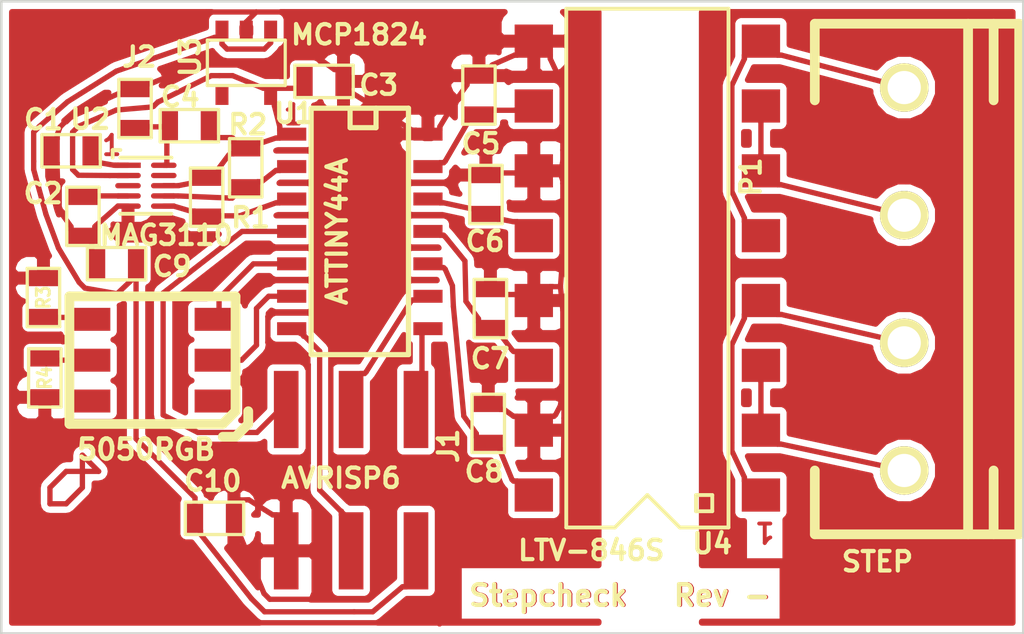
<source format=kicad_pcb>
(kicad_pcb (version 3) (host pcbnew "(2013-jul-07)-stable")

  (general
    (links 62)
    (no_connects 0)
    (area 30.556999 33.604999 70.828361 58.470001)
    (thickness 1.6)
    (drawings 10)
    (tracks 472)
    (zones 0)
    (modules 22)
    (nets 25)
  )

  (page User 127 127)
  (title_block 
    (title Servocheck)
    (rev -)
  )

  (layers
    (15 F.Cu signal)
    (0 B.Cu signal)
    (16 B.Adhes user)
    (17 F.Adhes user)
    (18 B.Paste user)
    (19 F.Paste user)
    (20 B.SilkS user)
    (21 F.SilkS user)
    (22 B.Mask user)
    (23 F.Mask user)
    (24 Dwgs.User user)
    (25 Cmts.User user)
    (26 Eco1.User user)
    (27 Eco2.User user)
    (28 Edge.Cuts user)
  )

  (setup
    (last_trace_width 0.20828)
    (trace_clearance 0.18796)
    (zone_clearance 0.254)
    (zone_45_only no)
    (trace_min 0.127)
    (segment_width 0.2)
    (edge_width 0.1)
    (via_size 0.762)
    (via_drill 0.381)
    (via_min_size 0.762)
    (via_min_drill 0.3302)
    (uvia_size 0.508)
    (uvia_drill 0.127)
    (uvias_allowed no)
    (uvia_min_size 0.508)
    (uvia_min_drill 0.127)
    (pcb_text_width 0.3)
    (pcb_text_size 1.5 1.5)
    (mod_edge_width 0.15)
    (mod_text_size 0.762 0.762)
    (mod_text_width 0.1651)
    (pad_size 1 0.21)
    (pad_drill 0)
    (pad_to_mask_clearance 0.0508)
    (pad_to_paste_clearance -0.0508)
    (aux_axis_origin 0 0)
    (visible_elements FFFFFFBF)
    (pcbplotparams
      (layerselection 284721153)
      (usegerberextensions true)
      (excludeedgelayer true)
      (linewidth 0.150000)
      (plotframeref false)
      (viasonmask false)
      (mode 1)
      (useauxorigin false)
      (hpglpennumber 1)
      (hpglpenspeed 20)
      (hpglpendiameter 15)
      (hpglpenoverlay 2)
      (psnegative false)
      (psa4output false)
      (plotreference true)
      (plotvalue true)
      (plotothertext true)
      (plotinvisibletext false)
      (padsonsilk false)
      (subtractmaskfromsilk false)
      (outputformat 1)
      (mirror false)
      (drillshape 0)
      (scaleselection 1)
      (outputdirectory plots))
  )

  (net 0 "")
  (net 1 +3.3V)
  (net 2 +5V)
  (net 3 GND)
  (net 4 N-000001)
  (net 5 N-0000010)
  (net 6 N-0000012)
  (net 7 N-0000013)
  (net 8 N-0000014)
  (net 9 N-0000016)
  (net 10 N-0000018)
  (net 11 N-0000019)
  (net 12 N-000002)
  (net 13 N-0000020)
  (net 14 N-0000021)
  (net 15 N-0000022)
  (net 16 N-0000026)
  (net 17 N-0000027)
  (net 18 N-0000028)
  (net 19 N-000004)
  (net 20 N-000005)
  (net 21 N-000006)
  (net 22 N-000007)
  (net 23 N-000008)
  (net 24 N-000009)

  (net_class Default "This is the default net class."
    (clearance 0.18796)
    (trace_width 0.20828)
    (via_dia 0.762)
    (via_drill 0.381)
    (uvia_dia 0.508)
    (uvia_drill 0.127)
    (add_net "")
    (add_net +3.3V)
    (add_net +5V)
    (add_net GND)
    (add_net N-000001)
    (add_net N-0000010)
    (add_net N-0000012)
    (add_net N-0000013)
    (add_net N-0000014)
    (add_net N-0000016)
    (add_net N-0000018)
    (add_net N-0000019)
    (add_net N-000002)
    (add_net N-0000020)
    (add_net N-0000021)
    (add_net N-0000022)
    (add_net N-0000026)
    (add_net N-0000027)
    (add_net N-0000028)
    (add_net N-000004)
    (add_net N-000005)
    (add_net N-000006)
    (add_net N-000007)
    (add_net N-000008)
    (add_net N-000009)
  )

  (module RIBBON6SMT (layer F.Cu) (tedit 5562C112) (tstamp 5562BA09)
    (at 46.8392 55.1828 180)
    (path /5562B3A5)
    (fp_text reference J1 (at -1.2684 4.11102 270) (layer F.SilkS)
      (effects (font (size 0.762 0.762) (thickness 0.1651)))
    )
    (fp_text value AVRISP6 (at 2.9353 2.8461 180) (layer F.SilkS)
      (effects (font (size 0.762 0.762) (thickness 0.1651)))
    )
    (pad 2 smd rect (at 0 0 180) (size 0.9652 3.0226)
      (layers F.Cu F.Paste F.Mask)
      (net 2 +5V)
    )
    (pad 4 smd rect (at 2.54 0 180) (size 0.9652 3.0226)
      (layers F.Cu F.Paste F.Mask)
      (net 19 N-000004)
    )
    (pad 6 smd rect (at 5.08 0 180) (size 0.9652 3.0226)
      (layers F.Cu F.Paste F.Mask)
      (net 3 GND)
    )
    (pad 1 smd rect (at 0 5.5372 180) (size 0.9652 3.0226)
      (layers F.Cu F.Paste F.Mask)
      (net 15 N-0000022)
    )
    (pad 3 smd rect (at 2.54 5.5372 180) (size 0.9652 3.0226)
      (layers F.Cu F.Paste F.Mask)
      (net 21 N-000006)
    )
    (pad 5 smd rect (at 5.08 5.5372 180) (size 0.9652 3.0226)
      (layers F.Cu F.Paste F.Mask)
      (net 20 N-000005)
    )
  )

  (module 16-SMD (layer F.Cu) (tedit 5562C106) (tstamp 5562BA62)
    (at 55.8962 44.1069 180)
    (path /5562B144)
    (fp_text reference U4 (at -2.54 -10.795 180) (layer F.SilkS)
      (effects (font (size 0.762 0.762) (thickness 0.1651)))
    )
    (fp_text value LTV-846S (at 2.19552 -11.05682 180) (layer F.SilkS)
      (effects (font (size 0.762 0.762) (thickness 0.1651)))
    )
    (fp_line (start -2.54 -8.89) (end -2.54 -9.525) (layer F.SilkS) (width 0.15))
    (fp_line (start -2.54 -9.525) (end -1.905 -9.525) (layer F.SilkS) (width 0.15))
    (fp_line (start -1.905 -9.525) (end -1.905 -8.89) (layer F.SilkS) (width 0.15))
    (fp_line (start -1.905 -8.89) (end -2.54 -8.89) (layer F.SilkS) (width 0.15))
    (fp_line (start -3.175 -10.16) (end -1.27 -10.16) (layer F.SilkS) (width 0.15))
    (fp_line (start -1.27 -10.16) (end 0 -8.89) (layer F.SilkS) (width 0.15))
    (fp_line (start 0 -8.89) (end 1.27 -10.16) (layer F.SilkS) (width 0.15))
    (fp_line (start 1.27 -10.16) (end 3.175 -10.16) (layer F.SilkS) (width 0.15))
    (fp_line (start 3.175 -10.16) (end 3.175 10.16) (layer F.SilkS) (width 0.15))
    (fp_line (start 3.175 10.16) (end -3.175 10.16) (layer F.SilkS) (width 0.15))
    (fp_line (start -3.175 10.16) (end -3.175 -10.16) (layer F.SilkS) (width 0.15))
    (pad 1 smd rect (at -4.445 -8.89 180) (size 1.5 1.3)
      (layers F.Cu F.Paste F.Mask)
      (net 17 N-0000027)
    )
    (pad 2 smd rect (at -4.445 -6.35 180) (size 1.5 1.3)
      (layers F.Cu F.Paste F.Mask)
      (net 18 N-0000028)
    )
    (pad 3 smd rect (at -4.445 -3.81 180) (size 1.5 1.3)
      (layers F.Cu F.Paste F.Mask)
      (net 18 N-0000028)
    )
    (pad 4 smd rect (at -4.445 -1.27 180) (size 1.5 1.3)
      (layers F.Cu F.Paste F.Mask)
      (net 17 N-0000027)
    )
    (pad 5 smd rect (at -4.445 1.27 180) (size 1.5 1.3)
      (layers F.Cu F.Paste F.Mask)
      (net 6 N-0000012)
    )
    (pad 6 smd rect (at -4.445 3.81 180) (size 1.5 1.3)
      (layers F.Cu F.Paste F.Mask)
      (net 16 N-0000026)
    )
    (pad 7 smd rect (at -4.445 6.35 180) (size 1.5 1.3)
      (layers F.Cu F.Paste F.Mask)
      (net 16 N-0000026)
    )
    (pad 8 smd rect (at -4.445 8.89 180) (size 1.5 1.3)
      (layers F.Cu F.Paste F.Mask)
      (net 6 N-0000012)
    )
    (pad 9 smd rect (at 4.445 8.89 180) (size 1.5 1.3)
      (layers F.Cu F.Paste F.Mask)
      (net 3 GND)
    )
    (pad 10 smd rect (at 4.445 6.35 180) (size 1.5 1.3)
      (layers F.Cu F.Paste F.Mask)
      (net 10 N-0000018)
    )
    (pad 11 smd rect (at 4.445 3.81 180) (size 1.5 1.3)
      (layers F.Cu F.Paste F.Mask)
      (net 3 GND)
    )
    (pad 12 smd rect (at 4.445 1.27 180) (size 1.5 1.3)
      (layers F.Cu F.Paste F.Mask)
      (net 14 N-0000021)
    )
    (pad 13 smd rect (at 4.445 -1.27 180) (size 1.5 1.3)
      (layers F.Cu F.Paste F.Mask)
      (net 3 GND)
    )
    (pad 14 smd rect (at 4.445 -3.81 180) (size 1.5 1.3)
      (layers F.Cu F.Paste F.Mask)
      (net 13 N-0000020)
    )
    (pad 15 smd rect (at 4.445 -6.35 180) (size 1.5 1.3)
      (layers F.Cu F.Paste F.Mask)
      (net 3 GND)
    )
    (pad 16 smd rect (at 4.445 -8.89 180) (size 1.5 1.3)
      (layers F.Cu F.Paste F.Mask)
      (net 11 N-0000019)
    )
  )

  (module SO14E (layer F.Cu) (tedit 5562C0EE) (tstamp 5562E49C)
    (at 44.768 42.6702 270)
    (descr "module CMS SOJ 14 pins etroit")
    (tags "CMS SOJ")
    (path /5562B156)
    (attr smd)
    (fp_text reference U1 (at -4.62608 2.70306 360) (layer F.SilkS)
      (effects (font (size 0.762 0.762) (thickness 0.1651)))
    )
    (fp_text value ATTINY44A (at 0 1.016 270) (layer F.SilkS)
      (effects (font (size 0.762 0.762) (thickness 0.1651)))
    )
    (fp_line (start -4.826 -1.778) (end 4.826 -1.778) (layer F.SilkS) (width 0.2032))
    (fp_line (start 4.826 -1.778) (end 4.826 2.032) (layer F.SilkS) (width 0.2032))
    (fp_line (start 4.826 2.032) (end -4.826 2.032) (layer F.SilkS) (width 0.2032))
    (fp_line (start -4.826 2.032) (end -4.826 -1.778) (layer F.SilkS) (width 0.2032))
    (fp_line (start -4.826 -0.508) (end -4.064 -0.508) (layer F.SilkS) (width 0.2032))
    (fp_line (start -4.064 -0.508) (end -4.064 0.508) (layer F.SilkS) (width 0.2032))
    (fp_line (start -4.064 0.508) (end -4.826 0.508) (layer F.SilkS) (width 0.2032))
    (pad 1 smd rect (at -3.81 2.794 270) (size 0.508 1.143)
      (layers F.Cu F.Paste F.Mask)
      (net 1 +3.3V)
    )
    (pad 2 smd rect (at -2.54 2.794 270) (size 0.508 1.143)
      (layers F.Cu F.Paste F.Mask)
      (net 22 N-000007)
    )
    (pad 3 smd rect (at -1.27 2.794 270) (size 0.508 1.143)
      (layers F.Cu F.Paste F.Mask)
      (net 23 N-000008)
    )
    (pad 4 smd rect (at 0 2.794 270) (size 0.508 1.143)
      (layers F.Cu F.Paste F.Mask)
      (net 20 N-000005)
    )
    (pad 5 smd rect (at 1.27 2.794 270) (size 0.508 1.143)
      (layers F.Cu F.Paste F.Mask)
      (net 5 N-0000010)
    )
    (pad 6 smd rect (at 2.54 2.794 270) (size 0.508 1.143)
      (layers F.Cu F.Paste F.Mask)
      (net 9 N-0000016)
    )
    (pad 7 smd rect (at 3.81 2.794 270) (size 0.508 1.143)
      (layers F.Cu F.Paste F.Mask)
      (net 19 N-000004)
    )
    (pad 8 smd rect (at 3.81 -2.54 270) (size 0.508 1.143)
      (layers F.Cu F.Paste F.Mask)
      (net 15 N-0000022)
    )
    (pad 9 smd rect (at 2.54 -2.54 270) (size 0.508 1.143)
      (layers F.Cu F.Paste F.Mask)
      (net 21 N-000006)
    )
    (pad 10 smd rect (at 1.27 -2.54 270) (size 0.508 1.143)
      (layers F.Cu F.Paste F.Mask)
      (net 11 N-0000019)
    )
    (pad 11 smd rect (at 0 -2.54 270) (size 0.508 1.143)
      (layers F.Cu F.Paste F.Mask)
      (net 13 N-0000020)
    )
    (pad 12 smd rect (at -1.27 -2.54 270) (size 0.508 1.143)
      (layers F.Cu F.Paste F.Mask)
      (net 14 N-0000021)
    )
    (pad 13 smd rect (at -2.54 -2.54 270) (size 0.508 1.143)
      (layers F.Cu F.Paste F.Mask)
      (net 10 N-0000018)
    )
    (pad 14 smd rect (at -3.81 -2.54 270) (size 0.508 1.143)
      (layers F.Cu F.Paste F.Mask)
      (net 3 GND)
    )
    (model smd/cms_so14.wrl
      (at (xyz 0 0 0))
      (scale (xyz 0.5 0.3 0.5))
      (rotate (xyz 0 0 0))
    )
  )

  (module DFN10x.4 (layer F.Cu) (tedit 5562C0B3) (tstamp 5562E63C)
    (at 36.2674 40.8797)
    (path /5562B396)
    (fp_text reference U2 (at -2.17806 -2.60698) (layer F.SilkS)
      (effects (font (size 0.762 0.762) (thickness 0.1651)))
    )
    (fp_text value MAG3110 (at 0.79882 1.93962) (layer F.SilkS)
      (effects (font (size 0.762 0.762) (thickness 0.1651)))
    )
    (fp_line (start -1.3 -1.1) (end -1.3 -1.4) (layer F.SilkS) (width 0.15))
    (fp_line (start -1.3 -1.4) (end -1 -1.4) (layer F.SilkS) (width 0.15))
    (fp_line (start -1 1.1) (end 1 1.1) (layer F.SilkS) (width 0.15))
    (fp_line (start -1 -1.1) (end 1 -1.1) (layer F.SilkS) (width 0.15))
    (pad 1 smd rect (at -0.7 -0.8) (size 1 0.21)
      (layers F.Cu F.Paste F.Mask)
      (net 12 N-000002)
    )
    (pad 2 smd oval (at -0.7 -0.4) (size 1 0.21)
      (layers F.Cu F.Paste F.Mask)
      (net 1 +3.3V)
    )
    (pad 3 smd oval (at -0.7 0) (size 1 0.21)
      (layers F.Cu F.Paste F.Mask)
    )
    (pad 4 smd oval (at -0.7 0.4) (size 1 0.21)
      (layers F.Cu F.Paste F.Mask)
      (net 4 N-000001)
    )
    (pad 5 smd oval (at -0.7 0.8) (size 1 0.21)
      (layers F.Cu F.Paste F.Mask)
      (net 3 GND)
    )
    (pad 6 smd oval (at 0.7 0.8) (size 1 0.21)
      (layers F.Cu F.Paste F.Mask)
      (net 23 N-000008)
    )
    (pad 7 smd oval (at 0.7 0.4) (size 1 0.21)
      (layers F.Cu F.Paste F.Mask)
      (net 22 N-000007)
    )
    (pad 8 smd oval (at 0.7 0) (size 1 0.21)
      (layers F.Cu F.Paste F.Mask)
      (net 1 +3.3V)
    )
    (pad 9 smd oval (at 0.7 -0.4) (size 1 0.21)
      (layers F.Cu F.Paste F.Mask)
    )
    (pad 10 smd oval (at 0.7 -0.8) (size 1 0.21)
      (layers F.Cu F.Paste F.Mask)
      (net 8 N-0000014)
    )
  )

  (module SM0603 (layer F.Cu) (tedit 5562C09E) (tstamp 5562E6BB)
    (at 35.1205 43.9334)
    (path /5562C852)
    (attr smd)
    (fp_text reference C9 (at 2.17432 0.10766) (layer F.SilkS)
      (effects (font (size 0.762 0.762) (thickness 0.1651)))
    )
    (fp_text value 1u (at 0 0) (layer F.SilkS) hide
      (effects (font (size 0.762 0.762) (thickness 0.1651)))
    )
    (fp_line (start -1.143 -0.635) (end 1.143 -0.635) (layer F.SilkS) (width 0.127))
    (fp_line (start 1.143 -0.635) (end 1.143 0.635) (layer F.SilkS) (width 0.127))
    (fp_line (start 1.143 0.635) (end -1.143 0.635) (layer F.SilkS) (width 0.127))
    (fp_line (start -1.143 0.635) (end -1.143 -0.635) (layer F.SilkS) (width 0.127))
    (pad 1 smd rect (at -0.762 0) (size 0.635 1.143)
      (layers F.Cu F.Paste F.Mask)
      (net 3 GND)
    )
    (pad 2 smd rect (at 0.762 0) (size 0.635 1.143)
      (layers F.Cu F.Paste F.Mask)
      (net 2 +5V)
    )
    (model smd\resistors\R0603.wrl
      (at (xyz 0 0 0.001))
      (scale (xyz 0.5 0.5 0.5))
      (rotate (xyz 0 0 0))
    )
  )

  (module SM0603 (layer F.Cu) (tedit 5562C0E8) (tstamp 5562E6C5)
    (at 38.9525 53.9095 180)
    (path /5562C864)
    (attr smd)
    (fp_text reference C10 (at 0.0651 1.4585 180) (layer F.SilkS)
      (effects (font (size 0.762 0.762) (thickness 0.1651)))
    )
    (fp_text value 10u (at 0 0 180) (layer F.SilkS) hide
      (effects (font (size 0.762 0.762) (thickness 0.1651)))
    )
    (fp_line (start -1.143 -0.635) (end 1.143 -0.635) (layer F.SilkS) (width 0.127))
    (fp_line (start 1.143 -0.635) (end 1.143 0.635) (layer F.SilkS) (width 0.127))
    (fp_line (start 1.143 0.635) (end -1.143 0.635) (layer F.SilkS) (width 0.127))
    (fp_line (start -1.143 0.635) (end -1.143 -0.635) (layer F.SilkS) (width 0.127))
    (pad 1 smd rect (at -0.762 0 180) (size 0.635 1.143)
      (layers F.Cu F.Paste F.Mask)
      (net 3 GND)
    )
    (pad 2 smd rect (at 0.762 0 180) (size 0.635 1.143)
      (layers F.Cu F.Paste F.Mask)
      (net 2 +5V)
    )
    (model smd\resistors\R0603.wrl
      (at (xyz 0 0 0.001))
      (scale (xyz 0.5 0.5 0.5))
      (rotate (xyz 0 0 0))
    )
  )

  (module SM0603 (layer F.Cu) (tedit 5562C0B6) (tstamp 5562B5EF)
    (at 33.3408 39.5127)
    (path /5562B7B1)
    (attr smd)
    (fp_text reference C1 (at -1.0828 -1.2222) (layer F.SilkS)
      (effects (font (size 0.762 0.762) (thickness 0.1651)))
    )
    (fp_text value .1u (at 0 0) (layer F.SilkS) hide
      (effects (font (size 0.762 0.762) (thickness 0.1651)))
    )
    (fp_line (start -1.143 -0.635) (end 1.143 -0.635) (layer F.SilkS) (width 0.127))
    (fp_line (start 1.143 -0.635) (end 1.143 0.635) (layer F.SilkS) (width 0.127))
    (fp_line (start 1.143 0.635) (end -1.143 0.635) (layer F.SilkS) (width 0.127))
    (fp_line (start -1.143 0.635) (end -1.143 -0.635) (layer F.SilkS) (width 0.127))
    (pad 1 smd rect (at -0.762 0) (size 0.635 1.143)
      (layers F.Cu F.Paste F.Mask)
      (net 3 GND)
    )
    (pad 2 smd rect (at 0.762 0) (size 0.635 1.143)
      (layers F.Cu F.Paste F.Mask)
      (net 12 N-000002)
    )
    (model smd\resistors\R0603.wrl
      (at (xyz 0 0 0.001))
      (scale (xyz 0.5 0.5 0.5))
      (rotate (xyz 0 0 0))
    )
  )

  (module SM0603 (layer F.Cu) (tedit 5562C09A) (tstamp 5562B5FC)
    (at 33.8032 42.0799 90)
    (path /5562B853)
    (attr smd)
    (fp_text reference C2 (at 0.89634 -1.56044 180) (layer F.SilkS)
      (effects (font (size 0.762 0.762) (thickness 0.1651)))
    )
    (fp_text value .1u (at 0 0 90) (layer F.SilkS) hide
      (effects (font (size 0.762 0.762) (thickness 0.1651)))
    )
    (fp_line (start -1.143 -0.635) (end 1.143 -0.635) (layer F.SilkS) (width 0.127))
    (fp_line (start 1.143 -0.635) (end 1.143 0.635) (layer F.SilkS) (width 0.127))
    (fp_line (start 1.143 0.635) (end -1.143 0.635) (layer F.SilkS) (width 0.127))
    (fp_line (start -1.143 0.635) (end -1.143 -0.635) (layer F.SilkS) (width 0.127))
    (pad 1 smd rect (at -0.762 0 90) (size 0.635 1.143)
      (layers F.Cu F.Paste F.Mask)
      (net 3 GND)
    )
    (pad 2 smd rect (at 0.762 0 90) (size 0.635 1.143)
      (layers F.Cu F.Paste F.Mask)
      (net 4 N-000001)
    )
    (model smd\resistors\R0603.wrl
      (at (xyz 0 0 0.001))
      (scale (xyz 0.5 0.5 0.5))
      (rotate (xyz 0 0 0))
    )
  )

  (module SM0603 (layer F.Cu) (tedit 5562C0AA) (tstamp 5562B609)
    (at 43.2406 36.7943 180)
    (path /5562BBD5)
    (attr smd)
    (fp_text reference C3 (at -2.13904 -0.14492 180) (layer F.SilkS)
      (effects (font (size 0.762 0.762) (thickness 0.1651)))
    )
    (fp_text value .1u (at 0 0 180) (layer F.SilkS) hide
      (effects (font (size 0.762 0.762) (thickness 0.1651)))
    )
    (fp_line (start -1.143 -0.635) (end 1.143 -0.635) (layer F.SilkS) (width 0.127))
    (fp_line (start 1.143 -0.635) (end 1.143 0.635) (layer F.SilkS) (width 0.127))
    (fp_line (start 1.143 0.635) (end -1.143 0.635) (layer F.SilkS) (width 0.127))
    (fp_line (start -1.143 0.635) (end -1.143 -0.635) (layer F.SilkS) (width 0.127))
    (pad 1 smd rect (at -0.762 0 180) (size 0.635 1.143)
      (layers F.Cu F.Paste F.Mask)
      (net 3 GND)
    )
    (pad 2 smd rect (at 0.762 0 180) (size 0.635 1.143)
      (layers F.Cu F.Paste F.Mask)
      (net 1 +3.3V)
    )
    (model smd\resistors\R0603.wrl
      (at (xyz 0 0 0.001))
      (scale (xyz 0.5 0.5 0.5))
      (rotate (xyz 0 0 0))
    )
  )

  (module SM0603 (layer F.Cu) (tedit 5562C0AD) (tstamp 5562B616)
    (at 37.9693 38.5277)
    (path /5562BBDB)
    (attr smd)
    (fp_text reference C4 (at -0.35952 -1.1262) (layer F.SilkS)
      (effects (font (size 0.762 0.762) (thickness 0.1651)))
    )
    (fp_text value 10u (at 0 0) (layer F.SilkS) hide
      (effects (font (size 0.762 0.762) (thickness 0.1651)))
    )
    (fp_line (start -1.143 -0.635) (end 1.143 -0.635) (layer F.SilkS) (width 0.127))
    (fp_line (start 1.143 -0.635) (end 1.143 0.635) (layer F.SilkS) (width 0.127))
    (fp_line (start 1.143 0.635) (end -1.143 0.635) (layer F.SilkS) (width 0.127))
    (fp_line (start -1.143 0.635) (end -1.143 -0.635) (layer F.SilkS) (width 0.127))
    (pad 1 smd rect (at -0.762 0) (size 0.635 1.143)
      (layers F.Cu F.Paste F.Mask)
      (net 8 N-0000014)
    )
    (pad 2 smd rect (at 0.762 0) (size 0.635 1.143)
      (layers F.Cu F.Paste F.Mask)
      (net 1 +3.3V)
    )
    (model smd\resistors\R0603.wrl
      (at (xyz 0 0 0.001))
      (scale (xyz 0.5 0.5 0.5))
      (rotate (xyz 0 0 0))
    )
  )

  (module SM0603 (layer F.Cu) (tedit 5562C0F5) (tstamp 5562B63D)
    (at 49.3042 37.3294 90)
    (path /5562C05D)
    (attr smd)
    (fp_text reference C5 (at -1.90344 0.07594 180) (layer F.SilkS)
      (effects (font (size 0.762 0.762) (thickness 0.1651)))
    )
    (fp_text value .1u (at 0 0 90) (layer F.SilkS) hide
      (effects (font (size 0.762 0.762) (thickness 0.1651)))
    )
    (fp_line (start -1.143 -0.635) (end 1.143 -0.635) (layer F.SilkS) (width 0.127))
    (fp_line (start 1.143 -0.635) (end 1.143 0.635) (layer F.SilkS) (width 0.127))
    (fp_line (start 1.143 0.635) (end -1.143 0.635) (layer F.SilkS) (width 0.127))
    (fp_line (start -1.143 0.635) (end -1.143 -0.635) (layer F.SilkS) (width 0.127))
    (pad 1 smd rect (at -0.762 0 90) (size 0.635 1.143)
      (layers F.Cu F.Paste F.Mask)
      (net 10 N-0000018)
    )
    (pad 2 smd rect (at 0.762 0 90) (size 0.635 1.143)
      (layers F.Cu F.Paste F.Mask)
      (net 3 GND)
    )
    (model smd\resistors\R0603.wrl
      (at (xyz 0 0 0.001))
      (scale (xyz 0.5 0.5 0.5))
      (rotate (xyz 0 0 0))
    )
  )

  (module SM0603 (layer F.Cu) (tedit 5562C0F8) (tstamp 5562B64A)
    (at 49.5768 41.2247 90)
    (path /5562C080)
    (attr smd)
    (fp_text reference C6 (at -1.83084 -0.03664 180) (layer F.SilkS)
      (effects (font (size 0.762 0.762) (thickness 0.1651)))
    )
    (fp_text value .1u (at 0 0 90) (layer F.SilkS) hide
      (effects (font (size 0.762 0.762) (thickness 0.1651)))
    )
    (fp_line (start -1.143 -0.635) (end 1.143 -0.635) (layer F.SilkS) (width 0.127))
    (fp_line (start 1.143 -0.635) (end 1.143 0.635) (layer F.SilkS) (width 0.127))
    (fp_line (start 1.143 0.635) (end -1.143 0.635) (layer F.SilkS) (width 0.127))
    (fp_line (start -1.143 0.635) (end -1.143 -0.635) (layer F.SilkS) (width 0.127))
    (pad 1 smd rect (at -0.762 0 90) (size 0.635 1.143)
      (layers F.Cu F.Paste F.Mask)
      (net 14 N-0000021)
    )
    (pad 2 smd rect (at 0.762 0 90) (size 0.635 1.143)
      (layers F.Cu F.Paste F.Mask)
      (net 3 GND)
    )
    (model smd\resistors\R0603.wrl
      (at (xyz 0 0 0.001))
      (scale (xyz 0.5 0.5 0.5))
      (rotate (xyz 0 0 0))
    )
  )

  (module SM0603 (layer F.Cu) (tedit 5562C0FB) (tstamp 5562B657)
    (at 49.7522 45.6917 90)
    (path /5562C086)
    (attr smd)
    (fp_text reference C7 (at -1.96124 -0.00884 180) (layer F.SilkS)
      (effects (font (size 0.762 0.762) (thickness 0.1651)))
    )
    (fp_text value .1u (at 0 0 90) (layer F.SilkS) hide
      (effects (font (size 0.762 0.762) (thickness 0.1651)))
    )
    (fp_line (start -1.143 -0.635) (end 1.143 -0.635) (layer F.SilkS) (width 0.127))
    (fp_line (start 1.143 -0.635) (end 1.143 0.635) (layer F.SilkS) (width 0.127))
    (fp_line (start 1.143 0.635) (end -1.143 0.635) (layer F.SilkS) (width 0.127))
    (fp_line (start -1.143 0.635) (end -1.143 -0.635) (layer F.SilkS) (width 0.127))
    (pad 1 smd rect (at -0.762 0 90) (size 0.635 1.143)
      (layers F.Cu F.Paste F.Mask)
      (net 13 N-0000020)
    )
    (pad 2 smd rect (at 0.762 0 90) (size 0.635 1.143)
      (layers F.Cu F.Paste F.Mask)
      (net 3 GND)
    )
    (model smd\resistors\R0603.wrl
      (at (xyz 0 0 0.001))
      (scale (xyz 0.5 0.5 0.5))
      (rotate (xyz 0 0 0))
    )
  )

  (module SM0603 (layer F.Cu) (tedit 5562C101) (tstamp 5562B664)
    (at 49.6694 50.1903 90)
    (path /5562C08C)
    (attr smd)
    (fp_text reference C8 (at -1.89748 -0.1648 180) (layer F.SilkS)
      (effects (font (size 0.762 0.762) (thickness 0.1651)))
    )
    (fp_text value .1u (at 0 0 90) (layer F.SilkS) hide
      (effects (font (size 0.762 0.762) (thickness 0.1651)))
    )
    (fp_line (start -1.143 -0.635) (end 1.143 -0.635) (layer F.SilkS) (width 0.127))
    (fp_line (start 1.143 -0.635) (end 1.143 0.635) (layer F.SilkS) (width 0.127))
    (fp_line (start 1.143 0.635) (end -1.143 0.635) (layer F.SilkS) (width 0.127))
    (fp_line (start -1.143 0.635) (end -1.143 -0.635) (layer F.SilkS) (width 0.127))
    (pad 1 smd rect (at -0.762 0 90) (size 0.635 1.143)
      (layers F.Cu F.Paste F.Mask)
      (net 11 N-0000019)
    )
    (pad 2 smd rect (at 0.762 0 90) (size 0.635 1.143)
      (layers F.Cu F.Paste F.Mask)
      (net 3 GND)
    )
    (model smd\resistors\R0603.wrl
      (at (xyz 0 0 0.001))
      (scale (xyz 0.5 0.5 0.5))
      (rotate (xyz 0 0 0))
    )
  )

  (module SM0603 (layer F.Cu) (tedit 5562C0A5) (tstamp 5562B623)
    (at 40.1755 40.1782 90)
    (path /5562BE70)
    (attr smd)
    (fp_text reference R2 (at 1.69212 0.0835 180) (layer F.SilkS)
      (effects (font (size 0.762 0.762) (thickness 0.1651)))
    )
    (fp_text value 4.7k (at 0 0 90) (layer F.SilkS) hide
      (effects (font (size 0.762 0.762) (thickness 0.1651)))
    )
    (fp_line (start -1.143 -0.635) (end 1.143 -0.635) (layer F.SilkS) (width 0.127))
    (fp_line (start 1.143 -0.635) (end 1.143 0.635) (layer F.SilkS) (width 0.127))
    (fp_line (start 1.143 0.635) (end -1.143 0.635) (layer F.SilkS) (width 0.127))
    (fp_line (start -1.143 0.635) (end -1.143 -0.635) (layer F.SilkS) (width 0.127))
    (pad 1 smd rect (at -0.762 0 90) (size 0.635 1.143)
      (layers F.Cu F.Paste F.Mask)
      (net 22 N-000007)
    )
    (pad 2 smd rect (at 0.762 0 90) (size 0.635 1.143)
      (layers F.Cu F.Paste F.Mask)
      (net 1 +3.3V)
    )
    (model smd\resistors\R0603.wrl
      (at (xyz 0 0 0.001))
      (scale (xyz 0.5 0.5 0.5))
      (rotate (xyz 0 0 0))
    )
  )

  (module SM0603 (layer F.Cu) (tedit 5562C0A3) (tstamp 5562B630)
    (at 38.6454 41.3296 90)
    (path /5562BE7F)
    (attr smd)
    (fp_text reference R1 (at -0.80138 1.72028 180) (layer F.SilkS)
      (effects (font (size 0.762 0.762) (thickness 0.1651)))
    )
    (fp_text value 4.7k (at 0 0 90) (layer F.SilkS) hide
      (effects (font (size 0.762 0.762) (thickness 0.1651)))
    )
    (fp_line (start -1.143 -0.635) (end 1.143 -0.635) (layer F.SilkS) (width 0.127))
    (fp_line (start 1.143 -0.635) (end 1.143 0.635) (layer F.SilkS) (width 0.127))
    (fp_line (start 1.143 0.635) (end -1.143 0.635) (layer F.SilkS) (width 0.127))
    (fp_line (start -1.143 0.635) (end -1.143 -0.635) (layer F.SilkS) (width 0.127))
    (pad 1 smd rect (at -0.762 0 90) (size 0.635 1.143)
      (layers F.Cu F.Paste F.Mask)
      (net 23 N-000008)
    )
    (pad 2 smd rect (at 0.762 0 90) (size 0.635 1.143)
      (layers F.Cu F.Paste F.Mask)
      (net 1 +3.3V)
    )
    (model smd\resistors\R0603.wrl
      (at (xyz 0 0 0.001))
      (scale (xyz 0.5 0.5 0.5))
      (rotate (xyz 0 0 0))
    )
  )

  (module SOT23-5 (layer F.Cu) (tedit 5562C0AE) (tstamp 5562E925)
    (at 40.1978 36.0646 180)
    (path /5562CC58)
    (attr smd)
    (fp_text reference U3 (at 2.19686 0.22774 270) (layer F.SilkS)
      (effects (font (size 0.762 0.762) (thickness 0.1651)))
    )
    (fp_text value MCP1824 (at -4.4173 1.09896 180) (layer F.SilkS)
      (effects (font (size 0.762 0.762) (thickness 0.1651)))
    )
    (fp_line (start 1.524 -0.889) (end 1.524 0.889) (layer F.SilkS) (width 0.127))
    (fp_line (start 1.524 0.889) (end -1.524 0.889) (layer F.SilkS) (width 0.127))
    (fp_line (start -1.524 0.889) (end -1.524 -0.889) (layer F.SilkS) (width 0.127))
    (fp_line (start -1.524 -0.889) (end 1.524 -0.889) (layer F.SilkS) (width 0.127))
    (pad 1 smd rect (at -0.9525 1.27 180) (size 0.508 0.762)
      (layers F.Cu F.Paste F.Mask)
      (net 2 +5V)
    )
    (pad 3 smd rect (at 0.9525 1.27 180) (size 0.508 0.762)
      (layers F.Cu F.Paste F.Mask)
      (net 2 +5V)
    )
    (pad 5 smd rect (at -0.9525 -1.27 180) (size 0.508 0.762)
      (layers F.Cu F.Paste F.Mask)
      (net 1 +3.3V)
    )
    (pad 2 smd rect (at 0 1.27 180) (size 0.508 0.762)
      (layers F.Cu F.Paste F.Mask)
      (net 3 GND)
    )
    (pad 4 smd rect (at 0.9525 -1.27 180) (size 0.508 0.762)
      (layers F.Cu F.Paste F.Mask)
    )
    (model smd/SOT23_5.wrl
      (at (xyz 0 0 0))
      (scale (xyz 0.1 0.1 0.1))
      (rotate (xyz 0 0 0))
    )
  )

  (module SM0603 (layer F.Cu) (tedit 5562C0DF) (tstamp 5562E9AC)
    (at 35.8431 37.8569 270)
    (path /5562D060)
    (attr smd)
    (fp_text reference J2 (at -2.02004 -0.16648 360) (layer F.SilkS)
      (effects (font (size 0.762 0.762) (thickness 0.1651)))
    )
    (fp_text value 0 (at 0 0 270) (layer F.SilkS) hide
      (effects (font (size 0.762 0.762) (thickness 0.1651)))
    )
    (fp_line (start -1.143 -0.635) (end 1.143 -0.635) (layer F.SilkS) (width 0.127))
    (fp_line (start 1.143 -0.635) (end 1.143 0.635) (layer F.SilkS) (width 0.127))
    (fp_line (start 1.143 0.635) (end -1.143 0.635) (layer F.SilkS) (width 0.127))
    (fp_line (start -1.143 0.635) (end -1.143 -0.635) (layer F.SilkS) (width 0.127))
    (pad 1 smd rect (at -0.762 0 270) (size 0.635 1.143)
      (layers F.Cu F.Paste F.Mask)
      (net 3 GND)
    )
    (pad 2 smd rect (at 0.762 0 270) (size 0.635 1.143)
      (layers F.Cu F.Paste F.Mask)
      (net 8 N-0000014)
    )
    (model smd\resistors\R0603.wrl
      (at (xyz 0 0 0.001))
      (scale (xyz 0.5 0.5 0.5))
      (rotate (xyz 0 0 0))
    )
  )

  (module PHOENIX1935187 (layer F.Cu) (tedit 5562C10A) (tstamp 5562E9E9)
    (at 65.9499 44.5352 90)
    (path /5562D1BE)
    (fp_text reference P1 (at 4 -6 90) (layer F.SilkS)
      (effects (font (size 0.762 0.762) (thickness 0.1651)))
    )
    (fp_text value STEP (at -11.07302 -1.04782 180) (layer F.SilkS)
      (effects (font (size 0.762 0.762) (thickness 0.1651)))
    )
    (fp_line (start -10 -3.5) (end -10 4.5) (layer F.SilkS) (width 0.381))
    (fp_line (start 10 -3.5) (end 10 4.5) (layer F.SilkS) (width 0.381))
    (fp_line (start 10 4.5) (end -10 4.5) (layer F.SilkS) (width 0.381))
    (fp_line (start -10 2.5) (end 10 2.5) (layer F.SilkS) (width 0.381))
    (fp_line (start 7 -3.5) (end 10 -3.5) (layer F.SilkS) (width 0.381))
    (fp_line (start 10 3.5) (end 7 3.5) (layer F.SilkS) (width 0.381))
    (fp_line (start -7.5 -3.5) (end -10 -3.5) (layer F.SilkS) (width 0.381))
    (fp_line (start -10 3.5) (end -7.5 3.5) (layer F.SilkS) (width 0.381))
    (pad 1 thru_hole circle (at -7.5 0 90) (size 1.9 1.9) (drill 1.3)
      (layers *.Cu *.Mask F.SilkS)
      (net 18 N-0000028)
    )
    (pad 2 thru_hole circle (at -2.5 0 90) (size 1.9 1.9) (drill 1.3)
      (layers *.Cu *.Mask F.SilkS)
      (net 17 N-0000027)
    )
    (pad 3 thru_hole circle (at 2.5 0 90) (size 1.9 1.9) (drill 1.3)
      (layers *.Cu *.Mask F.SilkS)
      (net 16 N-0000026)
    )
    (pad 4 thru_hole circle (at 7.5 0 90) (size 1.9 1.9) (drill 1.3)
      (layers *.Cu *.Mask F.SilkS)
      (net 6 N-0000012)
    )
  )

  (module SM0603 (layer F.Cu) (tedit 4E43A3D1) (tstamp 5562ED6F)
    (at 32.258 45.26026 270)
    (path /5562D7E8)
    (attr smd)
    (fp_text reference R3 (at 0 0 270) (layer F.SilkS)
      (effects (font (size 0.508 0.4572) (thickness 0.1143)))
    )
    (fp_text value 4.7k (at 0 0 270) (layer F.SilkS) hide
      (effects (font (size 0.508 0.4572) (thickness 0.1143)))
    )
    (fp_line (start -1.143 -0.635) (end 1.143 -0.635) (layer F.SilkS) (width 0.127))
    (fp_line (start 1.143 -0.635) (end 1.143 0.635) (layer F.SilkS) (width 0.127))
    (fp_line (start 1.143 0.635) (end -1.143 0.635) (layer F.SilkS) (width 0.127))
    (fp_line (start -1.143 0.635) (end -1.143 -0.635) (layer F.SilkS) (width 0.127))
    (pad 1 smd rect (at -0.762 0 270) (size 0.635 1.143)
      (layers F.Cu F.Paste F.Mask)
      (net 3 GND)
    )
    (pad 2 smd rect (at 0.762 0 270) (size 0.635 1.143)
      (layers F.Cu F.Paste F.Mask)
      (net 24 N-000009)
    )
    (model smd\resistors\R0603.wrl
      (at (xyz 0 0 0.001))
      (scale (xyz 0.5 0.5 0.5))
      (rotate (xyz 0 0 0))
    )
  )

  (module SM0603 (layer F.Cu) (tedit 4E43A3D1) (tstamp 5562ED79)
    (at 32.31134 48.40732 90)
    (path /5562D7EE)
    (attr smd)
    (fp_text reference R4 (at 0 0 90) (layer F.SilkS)
      (effects (font (size 0.508 0.4572) (thickness 0.1143)))
    )
    (fp_text value 4.7k (at 0 0 90) (layer F.SilkS) hide
      (effects (font (size 0.508 0.4572) (thickness 0.1143)))
    )
    (fp_line (start -1.143 -0.635) (end 1.143 -0.635) (layer F.SilkS) (width 0.127))
    (fp_line (start 1.143 -0.635) (end 1.143 0.635) (layer F.SilkS) (width 0.127))
    (fp_line (start 1.143 0.635) (end -1.143 0.635) (layer F.SilkS) (width 0.127))
    (fp_line (start -1.143 0.635) (end -1.143 -0.635) (layer F.SilkS) (width 0.127))
    (pad 1 smd rect (at -0.762 0 90) (size 0.635 1.143)
      (layers F.Cu F.Paste F.Mask)
      (net 3 GND)
    )
    (pad 2 smd rect (at 0.762 0 90) (size 0.635 1.143)
      (layers F.Cu F.Paste F.Mask)
      (net 7 N-0000013)
    )
    (model smd\resistors\R0603.wrl
      (at (xyz 0 0 0.001))
      (scale (xyz 0.5 0.5 0.5))
      (rotate (xyz 0 0 0))
    )
  )

  (module 5050RGB (layer F.Cu) (tedit 55236550) (tstamp 5562EDA1)
    (at 36.5252 47.7139 180)
    (path /5562D617)
    (fp_text reference D1 (at 0 3.50012 180) (layer F.SilkS) hide
      (effects (font (size 0.7874 0.7874) (thickness 0.1778)))
    )
    (fp_text value 5050RGB (at 0.24892 -3.50012 180) (layer F.SilkS)
      (effects (font (size 0.7874 0.7874) (thickness 0.1778)))
    )
    (fp_line (start -3.74904 -1.99898) (end -3.74904 -2.49936) (layer F.SilkS) (width 0.381))
    (fp_line (start -3.74904 -2.49936) (end -3.2512 -2.99974) (layer F.SilkS) (width 0.381))
    (fp_line (start -3.2512 -2.99974) (end -2.75082 -2.99974) (layer F.SilkS) (width 0.381))
    (fp_line (start -3.2512 -1.99898) (end -2.75082 -2.49936) (layer F.SilkS) (width 0.381))
    (fp_line (start -2.75082 -2.49936) (end 3.2512 -2.49936) (layer F.SilkS) (width 0.381))
    (fp_line (start 3.2512 -2.49936) (end 3.2512 2.49936) (layer F.SilkS) (width 0.381))
    (fp_line (start 3.2512 2.49936) (end -3.2512 2.49936) (layer F.SilkS) (width 0.381))
    (fp_line (start -3.2512 2.49936) (end -3.2512 -1.99898) (layer F.SilkS) (width 0.381))
    (pad 1 smd rect (at -2.45364 -1.6002 180) (size 1.60782 0.89916)
      (layers F.Cu F.Paste F.Mask)
    )
    (pad 2 smd rect (at -2.45364 0 180) (size 1.60782 0.89916)
      (layers F.Cu F.Paste F.Mask)
      (net 9 N-0000016)
    )
    (pad 3 smd rect (at -2.45364 1.6002 180) (size 1.60782 0.89916)
      (layers F.Cu F.Paste F.Mask)
      (net 5 N-0000010)
    )
    (pad 4 smd rect (at 2.45364 1.6002 180) (size 1.60782 0.89916)
      (layers F.Cu F.Paste F.Mask)
      (net 24 N-000009)
    )
    (pad 5 smd rect (at 2.45364 0 180) (size 1.60782 0.89916)
      (layers F.Cu F.Paste F.Mask)
      (net 7 N-0000013)
    )
    (pad 6 smd rect (at 2.45364 -1.6002 180) (size 1.60782 0.89916)
      (layers F.Cu F.Paste F.Mask)
    )
  )

  (gr_text "Stepcheck   Rev -" (at 54.8132 56.9341) (layer F.SilkS)
    (effects (font (size 0.8128 0.8128) (thickness 0.1651)))
  )
  (gr_text "Stepcheck   Rev -" (at 54.8513 56.9341) (layer F.Cu)
    (effects (font (size 0.8128 0.8128) (thickness 0.1651)))
  )
  (gr_text 1 (at 60.4901 54.4576 180) (layer F.Cu)
    (effects (font (size 0.762 0.762) (thickness 0.1524)))
  )
  (gr_text 1 (at 34.93008 39.30142) (layer F.Cu)
    (effects (font (size 0.762 0.762) (thickness 0.1524)))
  )
  (gr_text 1 (at 42.037 38.1) (layer F.Cu)
    (effects (font (size 0.762 0.762) (thickness 0.1524)))
  )
  (gr_line (start 30.607 33.655) (end 31.242 33.655) (angle 90) (layer Edge.Cuts) (width 0.1))
  (gr_line (start 30.607 58.42) (end 30.607 33.655) (angle 90) (layer Edge.Cuts) (width 0.1))
  (gr_line (start 70.612 58.42) (end 30.607 58.42) (angle 90) (layer Edge.Cuts) (width 0.1))
  (gr_line (start 70.612 33.655) (end 70.612 58.42) (angle 90) (layer Edge.Cuts) (width 0.1))
  (gr_line (start 31.242 33.655) (end 70.612 33.655) (angle 90) (layer Edge.Cuts) (width 0.1))

  (segment (start 33.782 52.07) (end 34.417 52.07) (width 0.20828) (layer F.Cu) (net 0))
  (segment (start 34.417 52.07) (end 33.782 51.435) (width 0.20828) (layer F.Cu) (net 0) (tstamp 5562ED5B))
  (segment (start 32.512 53.34) (end 32.512 52.705) (width 0.20828) (layer F.Cu) (net 0))
  (segment (start 33.147 53.34) (end 32.512 53.34) (width 0.20828) (layer F.Cu) (net 0) (tstamp 5562ED58))
  (segment (start 33.782 52.705) (end 33.147 53.34) (width 0.20828) (layer F.Cu) (net 0) (tstamp 5562ED57))
  (segment (start 33.782 52.07) (end 33.782 52.705) (width 0.20828) (layer F.Cu) (net 0) (tstamp 5562ED56))
  (segment (start 33.147 52.07) (end 33.782 52.07) (width 0.20828) (layer F.Cu) (net 0) (tstamp 5562ED53))
  (segment (start 32.512 52.705) (end 33.147 52.07) (width 0.20828) (layer F.Cu) (net 0) (tstamp 5562ED52))
  (segment (start 33.782 51.435) (end 33.782 52.07) (width 0.20828) (layer F.Cu) (net 0) (tstamp 5562ED55))
  (segment (start 41.3001 37.7156) (end 41.3001 37.7588) (width 0.2083) (layer F.Cu) (net 1))
  (segment (start 41.3001 37.6114) (end 41.3001 37.7156) (width 0.2083) (layer F.Cu) (net 1))
  (segment (start 41.1503 37.3346) (end 41.3001 37.6114) (width 0.2083) (layer F.Cu) (net 1))
  (segment (start 40.747 39.2029) (end 40.7902 39.2029) (width 0.2083) (layer F.Cu) (net 1))
  (segment (start 40.6428 39.2029) (end 40.747 39.2029) (width 0.2083) (layer F.Cu) (net 1))
  (segment (start 40.1755 39.4162) (end 40.6428 39.2029) (width 0.2083) (layer F.Cu) (net 1))
  (segment (start 39.7082 39.6295) (end 40.1755 39.4162) (width 0.2083) (layer F.Cu) (net 1))
  (segment (start 39.604 39.6295) (end 39.7082 39.6295) (width 0.2083) (layer F.Cu) (net 1))
  (segment (start 39.5608 39.6295) (end 39.604 39.6295) (width 0.2083) (layer F.Cu) (net 1))
  (segment (start 39.4998 39.6905) (end 39.5608 39.6295) (width 0.2083) (layer F.Cu) (net 1))
  (segment (start 39.1127 40.2069) (end 39.4998 39.6905) (width 0.2083) (layer F.Cu) (net 1))
  (segment (start 39.1127 40.2501) (end 39.1127 40.2069) (width 0.2083) (layer F.Cu) (net 1))
  (segment (start 39.1127 40.3543) (end 39.1127 40.2501) (width 0.2083) (layer F.Cu) (net 1))
  (segment (start 38.6454 40.5676) (end 39.1127 40.3543) (width 0.2083) (layer F.Cu) (net 1))
  (segment (start 39.7082 39.2029) (end 40.1755 39.4162) (width 0.2083) (layer F.Cu) (net 1))
  (segment (start 39.7082 39.0987) (end 39.7082 39.2029) (width 0.2083) (layer F.Cu) (net 1))
  (segment (start 39.7082 39.0555) (end 39.7082 39.0987) (width 0.2083) (layer F.Cu) (net 1))
  (segment (start 39.6472 38.9945) (end 39.7082 39.0555) (width 0.2083) (layer F.Cu) (net 1))
  (segment (start 39.0488 38.9945) (end 39.6472 38.9945) (width 0.2083) (layer F.Cu) (net 1))
  (segment (start 38.9446 38.9945) (end 39.0488 38.9945) (width 0.2083) (layer F.Cu) (net 1))
  (segment (start 38.7313 38.5277) (end 38.9446 38.9945) (width 0.2083) (layer F.Cu) (net 1))
  (segment (start 38.1781 40.7809) (end 38.6454 40.5676) (width 0.2083) (layer F.Cu) (net 1))
  (segment (start 38.0739 40.7809) (end 38.1781 40.7809) (width 0.2083) (layer F.Cu) (net 1))
  (segment (start 38.0307 40.7809) (end 38.0739 40.7809) (width 0.2083) (layer F.Cu) (net 1))
  (segment (start 37.5281 40.8797) (end 38.0307 40.7809) (width 0.2083) (layer F.Cu) (net 1))
  (segment (start 37.3624 40.8797) (end 37.5281 40.8797) (width 0.2083) (layer F.Cu) (net 1))
  (segment (start 36.9674 40.8797) (end 37.3624 40.8797) (width 0.2083) (layer F.Cu) (net 1))
  (segment (start 41.0005 37.0578) (end 41.1503 37.3346) (width 0.2083) (layer F.Cu) (net 1))
  (segment (start 40.8963 37.0578) (end 41.0005 37.0578) (width 0.2083) (layer F.Cu) (net 1))
  (segment (start 40.8531 37.0578) (end 40.8963 37.0578) (width 0.2083) (layer F.Cu) (net 1))
  (segment (start 39.6593 36.5673) (end 40.8531 37.0578) (width 0.2083) (layer F.Cu) (net 1))
  (segment (start 39.1513 36.5673) (end 39.6593 36.5673) (width 0.2083) (layer F.Cu) (net 1))
  (segment (start 38.8313 36.5673) (end 39.1513 36.5673) (width 0.2083) (layer F.Cu) (net 1))
  (segment (start 36.7545 37.598) (end 38.8313 36.5673) (width 0.2083) (layer F.Cu) (net 1))
  (segment (start 36.7414 37.598) (end 36.7545 37.598) (width 0.2083) (layer F.Cu) (net 1))
  (segment (start 36.5638 37.7727) (end 36.7414 37.598) (width 0.2083) (layer F.Cu) (net 1))
  (segment (start 36.4704 37.7987) (end 36.5638 37.7727) (width 0.2083) (layer F.Cu) (net 1))
  (segment (start 35.1116 37.9151) (end 36.4704 37.7987) (width 0.2083) (layer F.Cu) (net 1))
  (segment (start 33.6253 38.5549) (end 35.1116 37.9151) (width 0.2083) (layer F.Cu) (net 1))
  (segment (start 33.399 38.7812) (end 33.6253 38.5549) (width 0.2083) (layer F.Cu) (net 1))
  (segment (start 33.399 39.9242) (end 33.399 38.7812) (width 0.2083) (layer F.Cu) (net 1))
  (segment (start 33.399 40.2442) (end 33.399 39.9242) (width 0.2083) (layer F.Cu) (net 1))
  (segment (start 33.6253 40.4705) (end 33.399 40.2442) (width 0.2083) (layer F.Cu) (net 1))
  (segment (start 34.8582 40.4797) (end 33.6253 40.4705) (width 0.2083) (layer F.Cu) (net 1))
  (segment (start 35.1724 40.4797) (end 34.8582 40.4797) (width 0.2083) (layer F.Cu) (net 1))
  (segment (start 35.5674 40.4797) (end 35.1724 40.4797) (width 0.2083) (layer F.Cu) (net 1))
  (segment (start 41.3001 37.0644) (end 41.1503 37.3346) (width 0.2083) (layer F.Cu) (net 1))
  (segment (start 41.4043 37.0644) (end 41.3001 37.0644) (width 0.2083) (layer F.Cu) (net 1))
  (segment (start 42.1611 37.0644) (end 41.4043 37.0644) (width 0.2083) (layer F.Cu) (net 1))
  (segment (start 42.2653 37.0644) (end 42.1611 37.0644) (width 0.2083) (layer F.Cu) (net 1))
  (segment (start 42.4786 36.7943) (end 42.2653 37.0644) (width 0.2083) (layer F.Cu) (net 1))
  (segment (start 41.5067 38.7104) (end 41.974 38.8602) (width 0.2083) (layer F.Cu) (net 1))
  (segment (start 41.5067 38.6062) (end 41.5067 38.7104) (width 0.2083) (layer F.Cu) (net 1))
  (segment (start 41.5067 38.563) (end 41.5067 38.6062) (width 0.2083) (layer F.Cu) (net 1))
  (segment (start 41.3001 37.7588) (end 41.5067 38.563) (width 0.2083) (layer F.Cu) (net 1))
  (segment (start 41.5067 39.01) (end 41.974 38.8602) (width 0.2083) (layer F.Cu) (net 1))
  (segment (start 41.4025 39.01) (end 41.5067 39.01) (width 0.2083) (layer F.Cu) (net 1))
  (segment (start 41.3593 39.01) (end 41.4025 39.01) (width 0.2083) (layer F.Cu) (net 1))
  (segment (start 40.7902 39.2029) (end 41.3593 39.01) (width 0.2083) (layer F.Cu) (net 1))
  (segment (start 35.8825 43.9334) (end 35.8825 50.7923) (width 0.20828) (layer F.Cu) (net 2))
  (segment (start 38.1905 53.1003) (end 38.1905 53.9095) (width 0.20828) (layer F.Cu) (net 2) (tstamp 5562EE15))
  (segment (start 35.8825 50.7923) (end 38.1905 53.1003) (width 0.20828) (layer F.Cu) (net 2) (tstamp 5562EE13))
  (segment (start 39.2453 34.7946) (end 39.2453 35.32862) (width 0.20828) (layer F.Cu) (net 2))
  (segment (start 41.1503 35.28338) (end 41.1503 34.7946) (width 0.20828) (layer F.Cu) (net 2) (tstamp 5562ED3F))
  (segment (start 40.9067 35.52698) (end 41.1503 35.28338) (width 0.20828) (layer F.Cu) (net 2) (tstamp 5562ED3E))
  (segment (start 39.44366 35.52698) (end 40.9067 35.52698) (width 0.20828) (layer F.Cu) (net 2) (tstamp 5562ED3D))
  (segment (start 39.2453 35.32862) (end 39.44366 35.52698) (width 0.20828) (layer F.Cu) (net 2) (tstamp 5562ED3C))
  (segment (start 46.4608 56.5899) (end 46.8392 55.1828) (width 0.2083) (layer F.Cu) (net 2))
  (segment (start 38.1905 53.9095) (end 38.4038 54.3768) (width 0.2083) (layer F.Cu) (net 2))
  (segment (start 38.4038 54.3768) (end 38.4038 54.481) (width 0.2083) (layer F.Cu) (net 2))
  (segment (start 38.4038 54.481) (end 38.4038 54.5242) (width 0.2083) (layer F.Cu) (net 2))
  (segment (start 38.4038 54.5242) (end 40.3999 57.0572) (width 0.2083) (layer F.Cu) (net 2))
  (segment (start 40.3999 57.0572) (end 40.9135 57.5708) (width 0.2083) (layer F.Cu) (net 2))
  (segment (start 40.9135 57.5708) (end 44.4187 57.5708) (width 0.2083) (layer F.Cu) (net 2))
  (segment (start 44.4187 57.5708) (end 45.1449 57.5708) (width 0.2083) (layer F.Cu) (net 2))
  (segment (start 45.1449 57.5708) (end 46.3134 56.5899) (width 0.2083) (layer F.Cu) (net 2))
  (segment (start 46.3134 56.5899) (end 46.3566 56.5899) (width 0.2083) (layer F.Cu) (net 2))
  (segment (start 46.3566 56.5899) (end 46.4608 56.5899) (width 0.2083) (layer F.Cu) (net 2))
  (segment (start 35.626 44.6522) (end 35.1425 45.1116) (width 0.2083) (layer F.Cu) (net 2))
  (segment (start 35.7123 44.5659) (end 35.626 44.6522) (width 0.2083) (layer F.Cu) (net 2))
  (segment (start 35.7123 44.5049) (end 35.7123 44.5659) (width 0.2083) (layer F.Cu) (net 2))
  (segment (start 35.7123 44.4007) (end 35.7123 44.5049) (width 0.2083) (layer F.Cu) (net 2))
  (segment (start 35.8825 43.9334) (end 35.7123 44.4007) (width 0.2083) (layer F.Cu) (net 2))
  (segment (start 33.881 44.8912) (end 35.1425 45.1116) (width 0.2083) (layer F.Cu) (net 2))
  (segment (start 33.6547 44.6649) (end 33.881 44.8912) (width 0.2083) (layer F.Cu) (net 2))
  (segment (start 32.8454 43.3194) (end 33.6547 44.6649) (width 0.2083) (layer F.Cu) (net 2))
  (segment (start 32.355 41.9985) (end 32.8454 43.3194) (width 0.2083) (layer F.Cu) (net 2))
  (segment (start 31.875 40.2442) (end 32.355 41.9985) (width 0.2083) (layer F.Cu) (net 2))
  (segment (start 31.875 39.9242) (end 31.875 40.2442) (width 0.2083) (layer F.Cu) (net 2))
  (segment (start 31.875 38.7812) (end 31.875 39.9242) (width 0.2083) (layer F.Cu) (net 2))
  (segment (start 32.1013 38.5549) (end 31.875 38.7812) (width 0.2083) (layer F.Cu) (net 2))
  (segment (start 33.2028 37.5905) (end 32.1013 38.5549) (width 0.2083) (layer F.Cu) (net 2))
  (segment (start 35.1116 36.3911) (end 33.2028 37.5905) (width 0.2083) (layer F.Cu) (net 2))
  (segment (start 38.9481 35.0714) (end 35.1116 36.3911) (width 0.2083) (layer F.Cu) (net 2))
  (segment (start 38.9913 35.0714) (end 38.9481 35.0714) (width 0.2083) (layer F.Cu) (net 2))
  (segment (start 39.0955 35.0714) (end 38.9913 35.0714) (width 0.2083) (layer F.Cu) (net 2))
  (segment (start 39.2453 34.7946) (end 39.0955 35.0714) (width 0.2083) (layer F.Cu) (net 2))
  (segment (start 51.47056 54.43728) (end 48.95088 54.43728) (width 0.20828) (layer F.Cu) (net 3))
  (segment (start 51.47056 54.0332) (end 51.47056 54.43728) (width 0.20828) (layer F.Cu) (net 3))
  (segment (start 47.76216 55.626) (end 47.76216 58.0009) (width 0.20828) (layer F.Cu) (net 3) (tstamp 5562C4F7))
  (segment (start 48.95088 54.43728) (end 47.76216 55.626) (width 0.20828) (layer F.Cu) (net 3) (tstamp 5562C4F5))
  (segment (start 47.76216 58.0009) (end 47.76216 58.04408) (width 0.20828) (layer F.Cu) (net 3) (tstamp 5562C4F9))
  (segment (start 47.76216 58.04408) (end 47.76216 58.0009) (width 0.20828) (layer F.Cu) (net 3) (tstamp 5562C4FB))
  (segment (start 41.7592 55.1828) (end 41.7592 52.609418) (width 0.20828) (layer F.Cu) (net 3))
  (segment (start 45.96638 52.64404) (end 46.60754 53.2852) (width 0.20828) (layer F.Cu) (net 3) (tstamp 5562EE37))
  (segment (start 44.09186 52.64404) (end 45.96638 52.64404) (width 0.20828) (layer F.Cu) (net 3) (tstamp 5562EE36))
  (segment (start 43.50512 52.0573) (end 44.09186 52.64404) (width 0.20828) (layer F.Cu) (net 3) (tstamp 5562EE35))
  (segment (start 43.50512 46.1137) (end 43.50512 52.0573) (width 0.20828) (layer F.Cu) (net 3) (tstamp 5562EE34))
  (segment (start 43.22318 45.83176) (end 43.50512 46.1137) (width 0.20828) (layer F.Cu) (net 3) (tstamp 5562EE33))
  (segment (start 41.21658 45.83176) (end 43.22318 45.83176) (width 0.20828) (layer F.Cu) (net 3) (tstamp 5562EE32))
  (segment (start 41.04132 46.00702) (end 41.21658 45.83176) (width 0.20828) (layer F.Cu) (net 3) (tstamp 5562EE31))
  (segment (start 41.04132 47.02048) (end 41.04132 46.00702) (width 0.20828) (layer F.Cu) (net 3) (tstamp 5562EE30))
  (segment (start 41.52138 47.50054) (end 41.04132 47.02048) (width 0.20828) (layer F.Cu) (net 3) (tstamp 5562EE2F))
  (segment (start 42.23258 47.50054) (end 41.52138 47.50054) (width 0.20828) (layer F.Cu) (net 3) (tstamp 5562EE2E))
  (segment (start 42.62374 47.8917) (end 42.23258 47.50054) (width 0.20828) (layer F.Cu) (net 3) (tstamp 5562EE2D))
  (segment (start 42.62374 51.744878) (end 42.62374 47.8917) (width 0.20828) (layer F.Cu) (net 3) (tstamp 5562EE2B))
  (segment (start 41.7592 52.609418) (end 42.62374 51.744878) (width 0.20828) (layer F.Cu) (net 3) (tstamp 5562EE29))
  (segment (start 40.58666 34.0741) (end 38.6334 34.0741) (width 0.20828) (layer F.Cu) (net 3))
  (segment (start 38.6334 34.0741) (end 38.56482 34.14268) (width 0.20828) (layer F.Cu) (net 3) (tstamp 5562ED46))
  (segment (start 40.1978 34.7946) (end 40.1978 34.46296) (width 0.20828) (layer F.Cu) (net 3))
  (segment (start 40.58666 34.0741) (end 41.68394 34.0741) (width 0.20828) (layer F.Cu) (net 3) (tstamp 5562ED43))
  (segment (start 40.1978 34.46296) (end 40.58666 34.0741) (width 0.20828) (layer F.Cu) (net 3) (tstamp 5562ED42))
  (segment (start 38.23208 36.150219) (end 40.786381 36.150219) (width 0.20828) (layer F.Cu) (net 3))
  (segment (start 41.54678 36.18992) (end 42.01644 35.72026) (width 0.20828) (layer F.Cu) (net 3) (tstamp 5562ED34))
  (segment (start 40.826082 36.18992) (end 41.54678 36.18992) (width 0.20828) (layer F.Cu) (net 3) (tstamp 5562ED33))
  (segment (start 40.786381 36.150219) (end 40.826082 36.18992) (width 0.20828) (layer F.Cu) (net 3) (tstamp 5562ED32))
  (segment (start 38.45306 58.0009) (end 37.973 57.52084) (width 0.20828) (layer F.Cu) (net 3) (tstamp 5562ED2D))
  (segment (start 47.76216 58.0009) (end 38.45306 58.0009) (width 0.20828) (layer F.Cu) (net 3) (tstamp 5562C4FC))
  (segment (start 47.90694 58.0009) (end 47.76216 58.0009) (width 0.20828) (layer F.Cu) (net 3) (tstamp 5562ED2B))
  (segment (start 52.6311 49.6288) (end 52.4935 49.4912) (width 0.2083) (layer F.Cu) (net 3))
  (segment (start 52.6311 49.985) (end 52.6311 49.6288) (width 0.2083) (layer F.Cu) (net 3))
  (segment (start 52.5875 53.8069) (end 52.6311 49.985) (width 0.2083) (layer F.Cu) (net 3))
  (segment (start 52.3612 54.0332) (end 52.5875 53.8069) (width 0.2083) (layer F.Cu) (net 3))
  (segment (start 52.0412 54.0332) (end 52.3612 54.0332) (width 0.2083) (layer F.Cu) (net 3))
  (segment (start 50.5412 54.0332) (end 51.47056 54.0332) (width 0.2083) (layer F.Cu) (net 3))
  (segment (start 46.60754 53.2852) (end 47.4818 53.2852) (width 0.2083) (layer F.Cu) (net 3) (tstamp 5562EE3A))
  (segment (start 47.4818 53.2852) (end 50.5412 54.0332) (width 0.2083) (layer F.Cu) (net 3))
  (segment (start 51.47056 54.0332) (end 52.0412 54.0332) (width 0.2083) (layer F.Cu) (net 3) (tstamp 5562ED28))
  (segment (start 46.5166 53.2852) (end 46.60754 53.2852) (width 0.2083) (layer F.Cu) (net 3))
  (segment (start 39.7145 53.9095) (end 39.9278 54.3768) (width 0.2083) (layer F.Cu) (net 3))
  (segment (start 39.9278 54.3768) (end 39.9278 54.481) (width 0.2083) (layer F.Cu) (net 3))
  (segment (start 39.9278 54.481) (end 39.9278 54.5242) (width 0.2083) (layer F.Cu) (net 3))
  (segment (start 39.9278 54.5242) (end 40.8903 56.8541) (width 0.2083) (layer F.Cu) (net 3))
  (segment (start 40.8903 56.8541) (end 41.1166 57.0804) (width 0.2083) (layer F.Cu) (net 3))
  (segment (start 41.1166 57.0804) (end 44.6218 57.0804) (width 0.2083) (layer F.Cu) (net 3))
  (segment (start 44.6218 57.0804) (end 44.9418 57.0804) (width 0.2083) (layer F.Cu) (net 3))
  (segment (start 44.9418 57.0804) (end 45.1681 56.8541) (width 0.2083) (layer F.Cu) (net 3))
  (segment (start 45.1681 56.8541) (end 45.9703 53.5115) (width 0.2083) (layer F.Cu) (net 3))
  (segment (start 45.9703 53.5115) (end 46.1966 53.2852) (width 0.2083) (layer F.Cu) (net 3))
  (segment (start 46.1966 53.2852) (end 46.5166 53.2852) (width 0.2083) (layer F.Cu) (net 3))
  (segment (start 36.4578 36.8816) (end 38.23208 36.150219) (width 0.2083) (layer F.Cu) (net 3))
  (segment (start 36.4146 36.8816) (end 36.4578 36.8816) (width 0.2083) (layer F.Cu) (net 3))
  (segment (start 36.3104 36.8816) (end 36.4146 36.8816) (width 0.2083) (layer F.Cu) (net 3))
  (segment (start 35.8431 37.0949) (end 36.3104 36.8816) (width 0.2083) (layer F.Cu) (net 3))
  (segment (start 39.8847 53.4422) (end 39.7145 53.9095) (width 0.2083) (layer F.Cu) (net 3))
  (segment (start 39.8847 53.338) (end 39.8847 53.4422) (width 0.2083) (layer F.Cu) (net 3))
  (segment (start 39.8847 53.277) (end 39.8847 53.338) (width 0.2083) (layer F.Cu) (net 3))
  (segment (start 39.971 53.1907) (end 39.8847 53.277) (width 0.2083) (layer F.Cu) (net 3))
  (segment (start 40.2931 53.182) (end 39.971 53.1907) (width 0.2083) (layer F.Cu) (net 3))
  (segment (start 50.8054 40.3798) (end 51.4512 40.2969) (width 0.2083) (layer F.Cu) (net 3))
  (segment (start 50.7012 40.3798) (end 50.8054 40.3798) (width 0.2083) (layer F.Cu) (net 3))
  (segment (start 50.1483 40.3798) (end 50.7012 40.3798) (width 0.2083) (layer F.Cu) (net 3))
  (segment (start 50.0441 40.3798) (end 50.1483 40.3798) (width 0.2083) (layer F.Cu) (net 3))
  (segment (start 49.5768 40.4627) (end 50.0441 40.3798) (width 0.2083) (layer F.Cu) (net 3))
  (segment (start 48.8369 36.7807) (end 49.3042 36.5674) (width 0.2083) (layer F.Cu) (net 3))
  (segment (start 48.8369 36.8849) (end 48.8369 36.7807) (width 0.2083) (layer F.Cu) (net 3))
  (segment (start 48.8369 36.9281) (end 48.8369 36.8849) (width 0.2083) (layer F.Cu) (net 3))
  (segment (start 48.3464 37.6139) (end 48.8369 36.9281) (width 0.2083) (layer F.Cu) (net 3))
  (segment (start 47.7753 38.563) (end 48.3464 37.6139) (width 0.2083) (layer F.Cu) (net 3))
  (segment (start 52.2012 44.8344) (end 52.4935 44.8344) (width 0.2083) (layer F.Cu) (net 3))
  (segment (start 52.097 44.8344) (end 52.2012 44.8344) (width 0.2083) (layer F.Cu) (net 3))
  (segment (start 51.4512 45.3769) (end 52.097 44.8344) (width 0.2083) (layer F.Cu) (net 3))
  (segment (start 44.3201 37.2616) (end 44.3633 37.2616) (width 0.2083) (layer F.Cu) (net 3))
  (segment (start 44.2159 37.2616) (end 44.3201 37.2616) (width 0.2083) (layer F.Cu) (net 3))
  (segment (start 44.0026 36.7943) (end 44.2159 37.2616) (width 0.2083) (layer F.Cu) (net 3))
  (segment (start 34.2705 42.6286) (end 33.8032 42.8419) (width 0.2083) (layer F.Cu) (net 3))
  (segment (start 34.2705 42.5244) (end 34.2705 42.6286) (width 0.2083) (layer F.Cu) (net 3))
  (segment (start 34.2705 42.4812) (end 34.2705 42.5244) (width 0.2083) (layer F.Cu) (net 3))
  (segment (start 34.3315 42.4202) (end 34.2705 42.4812) (width 0.2083) (layer F.Cu) (net 3))
  (segment (start 35.1724 41.6797) (end 34.3315 42.4202) (width 0.2083) (layer F.Cu) (net 3))
  (segment (start 35.5674 41.6797) (end 35.1724 41.6797) (width 0.2083) (layer F.Cu) (net 3))
  (segment (start 50.1367 49.6416) (end 49.6694 49.4283) (width 0.2083) (layer F.Cu) (net 3))
  (segment (start 50.2409 49.6416) (end 50.1367 49.6416) (width 0.2083) (layer F.Cu) (net 3))
  (segment (start 50.2841 49.6416) (end 50.2409 49.6416) (width 0.2083) (layer F.Cu) (net 3))
  (segment (start 50.658 49.9111) (end 50.2841 49.6416) (width 0.2083) (layer F.Cu) (net 3))
  (segment (start 50.7012 49.9111) (end 50.658 49.9111) (width 0.2083) (layer F.Cu) (net 3))
  (segment (start 50.8054 49.9111) (end 50.7012 49.9111) (width 0.2083) (layer F.Cu) (net 3))
  (segment (start 51.4512 50.4569) (end 50.8054 49.9111) (width 0.2083) (layer F.Cu) (net 3))
  (segment (start 41.2334 53.7757) (end 40.2931 53.182) (width 0.2083) (layer F.Cu) (net 3))
  (segment (start 41.2766 53.7757) (end 41.2334 53.7757) (width 0.2083) (layer F.Cu) (net 3))
  (segment (start 41.3808 53.7757) (end 41.2766 53.7757) (width 0.2083) (layer F.Cu) (net 3))
  (segment (start 41.7592 55.1828) (end 41.3808 53.7757) (width 0.2083) (layer F.Cu) (net 3))
  (segment (start 52.3054 49.8501) (end 52.4935 49.4912) (width 0.2083) (layer F.Cu) (net 3))
  (segment (start 52.2444 49.9111) (end 52.3054 49.8501) (width 0.2083) (layer F.Cu) (net 3))
  (segment (start 52.2012 49.9111) (end 52.2444 49.9111) (width 0.2083) (layer F.Cu) (net 3))
  (segment (start 52.097 49.9111) (end 52.2012 49.9111) (width 0.2083) (layer F.Cu) (net 3))
  (segment (start 51.4512 50.4569) (end 52.097 49.9111) (width 0.2083) (layer F.Cu) (net 3))
  (segment (start 52.5874 39.9111) (end 52.4935 40.4089) (width 0.2083) (layer F.Cu) (net 3))
  (segment (start 52.5875 39.4869) (end 52.5874 39.9111) (width 0.2083) (layer F.Cu) (net 3))
  (segment (start 52.5875 36.9469) (end 52.5875 39.4869) (width 0.2083) (layer F.Cu) (net 3))
  (segment (start 52.097 35.9101) (end 52.5875 36.9469) (width 0.2083) (layer F.Cu) (net 3))
  (segment (start 52.097 35.8669) (end 52.097 35.9101) (width 0.2083) (layer F.Cu) (net 3))
  (segment (start 52.097 35.7627) (end 52.097 35.8669) (width 0.2083) (layer F.Cu) (net 3))
  (segment (start 51.4512 35.2169) (end 52.097 35.7627) (width 0.2083) (layer F.Cu) (net 3))
  (segment (start 32.7921 39.98) (end 32.5788 39.5127) (width 0.2083) (layer F.Cu) (net 3))
  (segment (start 32.7921 40.0842) (end 32.7921 39.98) (width 0.2083) (layer F.Cu) (net 3))
  (segment (start 32.7921 40.1274) (end 32.7921 40.0842) (width 0.2083) (layer F.Cu) (net 3))
  (segment (start 32.8454 41.7954) (end 32.7921 40.1274) (width 0.2083) (layer F.Cu) (net 3))
  (segment (start 33.3359 42.4812) (end 32.8454 41.7954) (width 0.2083) (layer F.Cu) (net 3))
  (segment (start 33.3359 42.5244) (end 33.3359 42.4812) (width 0.2083) (layer F.Cu) (net 3))
  (segment (start 33.3359 42.6286) (end 33.3359 42.5244) (width 0.2083) (layer F.Cu) (net 3))
  (segment (start 33.8032 42.8419) (end 33.3359 42.6286) (width 0.2083) (layer F.Cu) (net 3))
  (segment (start 35.3758 37.2651) (end 35.8431 37.0949) (width 0.2083) (layer F.Cu) (net 3))
  (segment (start 35.2716 37.2651) (end 35.3758 37.2651) (width 0.2083) (layer F.Cu) (net 3))
  (segment (start 35.2106 37.2651) (end 35.2716 37.2651) (width 0.2083) (layer F.Cu) (net 3))
  (segment (start 33.4222 38.0645) (end 35.2106 37.2651) (width 0.2083) (layer F.Cu) (net 3))
  (segment (start 32.9086 38.5781) (end 33.4222 38.0645) (width 0.2083) (layer F.Cu) (net 3))
  (segment (start 32.7921 38.898) (end 32.9086 38.5781) (width 0.2083) (layer F.Cu) (net 3))
  (segment (start 32.7921 38.9412) (end 32.7921 38.898) (width 0.2083) (layer F.Cu) (net 3))
  (segment (start 32.7921 39.0454) (end 32.7921 38.9412) (width 0.2083) (layer F.Cu) (net 3))
  (segment (start 32.5788 39.5127) (end 32.7921 39.0454) (width 0.2083) (layer F.Cu) (net 3))
  (segment (start 52.5875 45.7627) (end 52.4935 44.8344) (width 0.2083) (layer F.Cu) (net 3))
  (segment (start 52.5875 48.4069) (end 52.5875 45.7627) (width 0.2083) (layer F.Cu) (net 3))
  (segment (start 52.5875 48.7269) (end 52.5875 48.4069) (width 0.2083) (layer F.Cu) (net 3))
  (segment (start 52.4935 49.4912) (end 52.5875 48.7269) (width 0.2083) (layer F.Cu) (net 3))
  (segment (start 43.7893 36.327) (end 44.0026 36.7943) (width 0.2083) (layer F.Cu) (net 3))
  (segment (start 42.01644 35.72026) (end 42.9561 35.8365) (width 0.2083) (layer F.Cu) (net 3) (tstamp 5562ED37))
  (segment (start 42.9561 35.8365) (end 43.6419 36.327) (width 0.2083) (layer F.Cu) (net 3))
  (segment (start 43.6419 36.327) (end 43.6851 36.327) (width 0.2083) (layer F.Cu) (net 3))
  (segment (start 43.6851 36.327) (end 43.7893 36.327) (width 0.2083) (layer F.Cu) (net 3))
  (segment (start 52.5874 40.6827) (end 52.4935 40.4089) (width 0.2083) (layer F.Cu) (net 3))
  (segment (start 52.5875 40.7869) (end 52.5874 40.6827) (width 0.2083) (layer F.Cu) (net 3))
  (segment (start 52.5875 43.3269) (end 52.5875 40.7869) (width 0.2083) (layer F.Cu) (net 3))
  (segment (start 52.5875 43.6469) (end 52.5875 43.3269) (width 0.2083) (layer F.Cu) (net 3))
  (segment (start 52.4935 44.8344) (end 52.5875 43.6469) (width 0.2083) (layer F.Cu) (net 3))
  (segment (start 52.2012 40.4089) (end 52.4935 40.4089) (width 0.2083) (layer F.Cu) (net 3))
  (segment (start 52.097 40.4089) (end 52.2012 40.4089) (width 0.2083) (layer F.Cu) (net 3))
  (segment (start 51.4512 40.2969) (end 52.097 40.4089) (width 0.2083) (layer F.Cu) (net 3))
  (segment (start 50.8054 45.143) (end 51.4512 45.3769) (width 0.2083) (layer F.Cu) (net 3))
  (segment (start 50.7012 45.143) (end 50.8054 45.143) (width 0.2083) (layer F.Cu) (net 3))
  (segment (start 50.3237 45.143) (end 50.7012 45.143) (width 0.2083) (layer F.Cu) (net 3))
  (segment (start 50.2195 45.143) (end 50.3237 45.143) (width 0.2083) (layer F.Cu) (net 3))
  (segment (start 49.7522 44.9297) (end 50.2195 45.143) (width 0.2083) (layer F.Cu) (net 3))
  (segment (start 50.8054 35.7627) (end 51.4512 35.2169) (width 0.2083) (layer F.Cu) (net 3))
  (segment (start 50.7012 35.7627) (end 50.8054 35.7627) (width 0.2083) (layer F.Cu) (net 3))
  (segment (start 49.8325 36.1457) (end 50.7012 35.7627) (width 0.2083) (layer F.Cu) (net 3))
  (segment (start 49.7715 36.2067) (end 49.8325 36.1457) (width 0.2083) (layer F.Cu) (net 3))
  (segment (start 49.7715 36.2499) (end 49.7715 36.2067) (width 0.2083) (layer F.Cu) (net 3))
  (segment (start 49.7715 36.3541) (end 49.7715 36.2499) (width 0.2083) (layer F.Cu) (net 3))
  (segment (start 49.3042 36.5674) (end 49.7715 36.3541) (width 0.2083) (layer F.Cu) (net 3))
  (segment (start 34.1452 43.0552) (end 33.8032 42.8419) (width 0.2083) (layer F.Cu) (net 3))
  (segment (start 34.1452 43.1594) (end 34.1452 43.0552) (width 0.2083) (layer F.Cu) (net 3))
  (segment (start 34.1452 43.3619) (end 34.1452 43.1594) (width 0.2083) (layer F.Cu) (net 3))
  (segment (start 34.1452 43.4661) (end 34.1452 43.3619) (width 0.2083) (layer F.Cu) (net 3))
  (segment (start 34.3585 43.9334) (end 34.1452 43.4661) (width 0.2083) (layer F.Cu) (net 3))
  (segment (start 47.7753 38.6062) (end 47.7753 38.563) (width 0.2083) (layer F.Cu) (net 3))
  (segment (start 47.7753 38.7104) (end 47.7753 38.6062) (width 0.2083) (layer F.Cu) (net 3))
  (segment (start 47.308 38.8602) (end 47.7753 38.7104) (width 0.2083) (layer F.Cu) (net 3))
  (segment (start 46.8407 38.7104) (end 47.308 38.8602) (width 0.2083) (layer F.Cu) (net 3))
  (segment (start 46.7365 38.7104) (end 46.8407 38.7104) (width 0.2083) (layer F.Cu) (net 3))
  (segment (start 46.6933 38.7104) (end 46.7365 38.7104) (width 0.2083) (layer F.Cu) (net 3))
  (segment (start 44.3633 37.2616) (end 46.6933 38.7104) (width 0.2083) (layer F.Cu) (net 3))
  (segment (start 35.1724 41.2797) (end 35.5674 41.2797) (width 0.2083) (layer F.Cu) (net 4))
  (segment (start 34.3747 41.2797) (end 35.1724 41.2797) (width 0.2083) (layer F.Cu) (net 4))
  (segment (start 34.2705 41.2797) (end 34.3747 41.2797) (width 0.2083) (layer F.Cu) (net 4))
  (segment (start 33.8032 41.3179) (end 34.2705 41.2797) (width 0.2083) (layer F.Cu) (net 4))
  (segment (start 39.13124 46.1137) (end 39.13124 45.28566) (width 0.20828) (layer F.Cu) (net 5))
  (segment (start 40.4767 43.9402) (end 41.974 43.9402) (width 0.20828) (layer F.Cu) (net 5) (tstamp 5562EDCC))
  (segment (start 39.13124 45.28566) (end 40.4767 43.9402) (width 0.20828) (layer F.Cu) (net 5) (tstamp 5562EDCB))
  (segment (start 59.6954 42.2911) (end 60.3412 42.8369) (width 0.2083) (layer F.Cu) (net 6))
  (segment (start 59.6954 42.1869) (end 59.6954 42.2911) (width 0.2083) (layer F.Cu) (net 6))
  (segment (start 59.6954 42.1437) (end 59.6954 42.1869) (width 0.2083) (layer F.Cu) (net 6))
  (segment (start 59.2049 41.1069) (end 59.6954 42.1437) (width 0.2083) (layer F.Cu) (net 6))
  (segment (start 59.2049 40.7869) (end 59.2049 41.1069) (width 0.2083) (layer F.Cu) (net 6))
  (segment (start 59.2049 36.9469) (end 59.2049 40.7869) (width 0.2083) (layer F.Cu) (net 6))
  (segment (start 59.6954 35.9101) (end 59.2049 36.9469) (width 0.2083) (layer F.Cu) (net 6))
  (segment (start 59.6954 35.8669) (end 59.6954 35.9101) (width 0.2083) (layer F.Cu) (net 6))
  (segment (start 59.6954 35.7627) (end 59.6954 35.8669) (width 0.2083) (layer F.Cu) (net 6))
  (segment (start 60.3412 35.2169) (end 59.6954 35.7627) (width 0.2083) (layer F.Cu) (net 6))
  (segment (start 60.987 35.7627) (end 60.3412 35.2169) (width 0.2083) (layer F.Cu) (net 6))
  (segment (start 61.0912 35.7627) (end 60.987 35.7627) (width 0.2083) (layer F.Cu) (net 6))
  (segment (start 61.1344 35.7627) (end 61.0912 35.7627) (width 0.2083) (layer F.Cu) (net 6))
  (segment (start 65.9499 37.0352) (end 61.1344 35.7627) (width 0.2083) (layer F.Cu) (net 6))
  (segment (start 34.22396 47.7139) (end 32.4866 47.7139) (width 0.20828) (layer F.Cu) (net 7))
  (segment (start 32.4866 47.7139) (end 32.4104 47.6377) (width 0.20828) (layer F.Cu) (net 7) (tstamp 5562EDDA))
  (segment (start 37.0873 40.0797) (end 36.9674 40.0797) (width 0.2083) (layer F.Cu) (net 8))
  (segment (start 37.0873 39.0992) (end 37.0873 40.0797) (width 0.2083) (layer F.Cu) (net 8))
  (segment (start 37.0873 38.995) (end 37.0873 39.0992) (width 0.2083) (layer F.Cu) (net 8))
  (segment (start 37.2073 38.5277) (end 37.0873 38.995) (width 0.2083) (layer F.Cu) (net 8))
  (segment (start 36.994 38.5733) (end 37.2073 38.5277) (width 0.2083) (layer F.Cu) (net 8))
  (segment (start 36.8898 38.5733) (end 36.994 38.5733) (width 0.2083) (layer F.Cu) (net 8))
  (segment (start 36.4146 38.5733) (end 36.8898 38.5733) (width 0.2083) (layer F.Cu) (net 8))
  (segment (start 36.3104 38.5733) (end 36.4146 38.5733) (width 0.2083) (layer F.Cu) (net 8))
  (segment (start 35.8431 38.6189) (end 36.3104 38.5733) (width 0.2083) (layer F.Cu) (net 8))
  (segment (start 41.974 45.2102) (end 41.0736 45.2102) (width 0.20828) (layer F.Cu) (net 9))
  (segment (start 40.01008 47.7139) (end 39.13124 47.7139) (width 0.20828) (layer F.Cu) (net 9) (tstamp 5562EDD3))
  (segment (start 40.59682 47.12716) (end 40.01008 47.7139) (width 0.20828) (layer F.Cu) (net 9) (tstamp 5562EDD2))
  (segment (start 40.59682 45.68698) (end 40.59682 47.12716) (width 0.20828) (layer F.Cu) (net 9) (tstamp 5562EDD1))
  (segment (start 41.0736 45.2102) (end 40.59682 45.68698) (width 0.20828) (layer F.Cu) (net 9) (tstamp 5562EDD0))
  (segment (start 47.8795 39.9804) (end 47.9227 39.9804) (width 0.2083) (layer F.Cu) (net 10))
  (segment (start 47.7753 39.9804) (end 47.8795 39.9804) (width 0.2083) (layer F.Cu) (net 10))
  (segment (start 47.308 40.1302) (end 47.7753 39.9804) (width 0.2083) (layer F.Cu) (net 10))
  (segment (start 50.8054 37.9241) (end 51.4512 37.7569) (width 0.2083) (layer F.Cu) (net 10))
  (segment (start 50.7012 37.9241) (end 50.8054 37.9241) (width 0.2083) (layer F.Cu) (net 10))
  (segment (start 49.8757 37.9241) (end 50.7012 37.9241) (width 0.2083) (layer F.Cu) (net 10))
  (segment (start 49.7715 37.9241) (end 49.8757 37.9241) (width 0.2083) (layer F.Cu) (net 10))
  (segment (start 49.3042 38.0914) (end 49.7715 37.9241) (width 0.2083) (layer F.Cu) (net 10))
  (segment (start 48.8369 38.3047) (end 49.3042 38.0914) (width 0.2083) (layer F.Cu) (net 10))
  (segment (start 48.8369 38.4089) (end 48.8369 38.3047) (width 0.2083) (layer F.Cu) (net 10))
  (segment (start 48.8369 38.4521) (end 48.8369 38.4089) (width 0.2083) (layer F.Cu) (net 10))
  (segment (start 47.9837 39.9194) (end 48.8369 38.4521) (width 0.2083) (layer F.Cu) (net 10))
  (segment (start 47.9227 39.9804) (end 47.9837 39.9194) (width 0.2083) (layer F.Cu) (net 10))
  (segment (start 50.8054 52.4511) (end 51.4512 52.9969) (width 0.2083) (layer F.Cu) (net 11))
  (segment (start 50.7012 52.4511) (end 50.8054 52.4511) (width 0.2083) (layer F.Cu) (net 11))
  (segment (start 50.658 52.4511) (end 50.7012 52.4511) (width 0.2083) (layer F.Cu) (net 11))
  (segment (start 50.597 52.3901) (end 50.658 52.4511) (width 0.2083) (layer F.Cu) (net 11))
  (segment (start 50.1367 51.2698) (end 50.597 52.3901) (width 0.2083) (layer F.Cu) (net 11))
  (segment (start 50.1367 51.1656) (end 50.1367 51.2698) (width 0.2083) (layer F.Cu) (net 11))
  (segment (start 49.6694 50.9523) (end 50.1367 51.1656) (width 0.2083) (layer F.Cu) (net 11))
  (segment (start 49.2021 50.739) (end 49.6694 50.9523) (width 0.2083) (layer F.Cu) (net 11))
  (segment (start 49.2021 50.6348) (end 49.2021 50.739) (width 0.2083) (layer F.Cu) (net 11))
  (segment (start 49.2021 50.5916) (end 49.2021 50.6348) (width 0.2083) (layer F.Cu) (net 11))
  (segment (start 48.7116 49.9058) (end 49.2021 50.5916) (width 0.2083) (layer F.Cu) (net 11))
  (segment (start 48.304 45.6103) (end 48.7116 49.9058) (width 0.2083) (layer F.Cu) (net 11))
  (segment (start 48.2658 44.7962) (end 48.304 45.6103) (width 0.2083) (layer F.Cu) (net 11))
  (segment (start 47.9837 44.151) (end 48.2658 44.7962) (width 0.2083) (layer F.Cu) (net 11))
  (segment (start 47.9227 44.09) (end 47.9837 44.151) (width 0.2083) (layer F.Cu) (net 11))
  (segment (start 47.8795 44.09) (end 47.9227 44.09) (width 0.2083) (layer F.Cu) (net 11))
  (segment (start 47.7753 44.09) (end 47.8795 44.09) (width 0.2083) (layer F.Cu) (net 11))
  (segment (start 47.308 43.9402) (end 47.7753 44.09) (width 0.2083) (layer F.Cu) (net 11))
  (segment (start 35.1716 40.0789) (end 35.5674 40.0797) (width 0.2083) (layer F.Cu) (net 12))
  (segment (start 35.0674 40.0789) (end 35.1716 40.0789) (width 0.2083) (layer F.Cu) (net 12))
  (segment (start 35.0242 40.0789) (end 35.0674 40.0789) (width 0.2083) (layer F.Cu) (net 12))
  (segment (start 34.4635 39.98) (end 35.0242 40.0789) (width 0.2083) (layer F.Cu) (net 12))
  (segment (start 34.4203 39.98) (end 34.4635 39.98) (width 0.2083) (layer F.Cu) (net 12))
  (segment (start 34.3161 39.98) (end 34.4203 39.98) (width 0.2083) (layer F.Cu) (net 12))
  (segment (start 34.1028 39.5127) (end 34.3161 39.98) (width 0.2083) (layer F.Cu) (net 12))
  (segment (start 49.2849 46.2404) (end 49.7522 46.4537) (width 0.2083) (layer F.Cu) (net 13))
  (segment (start 49.2849 46.1362) (end 49.2849 46.2404) (width 0.2083) (layer F.Cu) (net 13))
  (segment (start 49.2849 46.093) (end 49.2849 46.1362) (width 0.2083) (layer F.Cu) (net 13))
  (segment (start 48.7944 45.4072) (end 49.2849 46.093) (width 0.2083) (layer F.Cu) (net 13))
  (segment (start 48.7562 43.8311) (end 48.7944 45.4072) (width 0.2083) (layer F.Cu) (net 13))
  (segment (start 47.9837 42.881) (end 48.7562 43.8311) (width 0.2083) (layer F.Cu) (net 13))
  (segment (start 47.9227 42.82) (end 47.9837 42.881) (width 0.2083) (layer F.Cu) (net 13))
  (segment (start 50.8054 47.3711) (end 51.4512 47.9169) (width 0.2083) (layer F.Cu) (net 13))
  (segment (start 50.7012 47.3711) (end 50.8054 47.3711) (width 0.2083) (layer F.Cu) (net 13))
  (segment (start 50.658 47.3711) (end 50.7012 47.3711) (width 0.2083) (layer F.Cu) (net 13))
  (segment (start 50.597 47.3101) (end 50.658 47.3711) (width 0.2083) (layer F.Cu) (net 13))
  (segment (start 50.2195 46.8144) (end 50.597 47.3101) (width 0.2083) (layer F.Cu) (net 13))
  (segment (start 50.2195 46.7712) (end 50.2195 46.8144) (width 0.2083) (layer F.Cu) (net 13))
  (segment (start 50.2195 46.667) (end 50.2195 46.7712) (width 0.2083) (layer F.Cu) (net 13))
  (segment (start 49.7522 46.4537) (end 50.2195 46.667) (width 0.2083) (layer F.Cu) (net 13))
  (segment (start 47.8795 42.82) (end 47.9227 42.82) (width 0.2083) (layer F.Cu) (net 13))
  (segment (start 47.7753 42.82) (end 47.8795 42.82) (width 0.2083) (layer F.Cu) (net 13))
  (segment (start 47.308 42.6702) (end 47.7753 42.82) (width 0.2083) (layer F.Cu) (net 13))
  (segment (start 47.8795 41.55) (end 47.9227 41.55) (width 0.2083) (layer F.Cu) (net 14))
  (segment (start 47.7753 41.55) (end 47.8795 41.55) (width 0.2083) (layer F.Cu) (net 14))
  (segment (start 47.308 41.4002) (end 47.7753 41.55) (width 0.2083) (layer F.Cu) (net 14))
  (segment (start 50.8054 42.2911) (end 51.4512 42.8369) (width 0.2083) (layer F.Cu) (net 14))
  (segment (start 50.7012 42.2911) (end 50.8054 42.2911) (width 0.2083) (layer F.Cu) (net 14))
  (segment (start 50.658 42.2911) (end 50.7012 42.2911) (width 0.2083) (layer F.Cu) (net 14))
  (segment (start 50.1915 42.2) (end 50.658 42.2911) (width 0.2083) (layer F.Cu) (net 14))
  (segment (start 50.1483 42.2) (end 50.1915 42.2) (width 0.2083) (layer F.Cu) (net 14))
  (segment (start 50.0441 42.2) (end 50.1483 42.2) (width 0.2083) (layer F.Cu) (net 14))
  (segment (start 49.5768 41.9867) (end 50.0441 42.2) (width 0.2083) (layer F.Cu) (net 14))
  (segment (start 49.1095 41.7734) (end 49.5768 41.9867) (width 0.2083) (layer F.Cu) (net 14))
  (segment (start 49.0053 41.7734) (end 49.1095 41.7734) (width 0.2083) (layer F.Cu) (net 14))
  (segment (start 48.9621 41.7734) (end 49.0053 41.7734) (width 0.2083) (layer F.Cu) (net 14))
  (segment (start 47.9227 41.55) (end 48.9621 41.7734) (width 0.2083) (layer F.Cu) (net 14))
  (segment (start 47.0736 46.63) (end 47.0736 46.7342) (width 0.2083) (layer F.Cu) (net 15))
  (segment (start 47.308 46.4802) (end 47.0736 46.63) (width 0.2083) (layer F.Cu) (net 15))
  (segment (start 47.0736 48.2385) (end 46.8392 49.6456) (width 0.2083) (layer F.Cu) (net 15))
  (segment (start 47.0736 48.1343) (end 47.0736 48.2385) (width 0.2083) (layer F.Cu) (net 15))
  (segment (start 47.0736 46.7342) (end 47.0736 48.1343) (width 0.2083) (layer F.Cu) (net 15))
  (segment (start 60.987 40.8427) (end 60.3412 40.2969) (width 0.2083) (layer F.Cu) (net 16))
  (segment (start 61.0912 40.8427) (end 60.987 40.8427) (width 0.2083) (layer F.Cu) (net 16))
  (segment (start 61.1344 40.8427) (end 61.0912 40.8427) (width 0.2083) (layer F.Cu) (net 16))
  (segment (start 65.9499 42.0352) (end 61.1344 40.8427) (width 0.2083) (layer F.Cu) (net 16))
  (segment (start 60.3412 38.3027) (end 60.3412 37.7569) (width 0.2083) (layer F.Cu) (net 16))
  (segment (start 60.3412 38.4069) (end 60.3412 38.3027) (width 0.2083) (layer F.Cu) (net 16))
  (segment (start 60.3412 39.6469) (end 60.3412 38.4069) (width 0.2083) (layer F.Cu) (net 16))
  (segment (start 60.3412 39.7511) (end 60.3412 39.6469) (width 0.2083) (layer F.Cu) (net 16))
  (segment (start 60.3412 40.2969) (end 60.3412 39.7511) (width 0.2083) (layer F.Cu) (net 16))
  (segment (start 59.6954 45.9227) (end 60.3412 45.3769) (width 0.2083) (layer F.Cu) (net 17))
  (segment (start 59.6954 46.0269) (end 59.6954 45.9227) (width 0.2083) (layer F.Cu) (net 17))
  (segment (start 59.6954 46.0701) (end 59.6954 46.0269) (width 0.2083) (layer F.Cu) (net 17))
  (segment (start 59.2049 47.1069) (end 59.6954 46.0701) (width 0.2083) (layer F.Cu) (net 17))
  (segment (start 59.2049 50.9469) (end 59.2049 47.1069) (width 0.2083) (layer F.Cu) (net 17))
  (segment (start 59.2049 51.2669) (end 59.2049 50.9469) (width 0.2083) (layer F.Cu) (net 17))
  (segment (start 59.6954 52.3037) (end 59.2049 51.2669) (width 0.2083) (layer F.Cu) (net 17))
  (segment (start 59.6954 52.3469) (end 59.6954 52.3037) (width 0.2083) (layer F.Cu) (net 17))
  (segment (start 59.6954 52.4511) (end 59.6954 52.3469) (width 0.2083) (layer F.Cu) (net 17))
  (segment (start 60.3412 52.9969) (end 59.6954 52.4511) (width 0.2083) (layer F.Cu) (net 17))
  (segment (start 60.987 45.9227) (end 60.3412 45.3769) (width 0.2083) (layer F.Cu) (net 17))
  (segment (start 61.0912 45.9227) (end 60.987 45.9227) (width 0.2083) (layer F.Cu) (net 17))
  (segment (start 61.1344 45.9227) (end 61.0912 45.9227) (width 0.2083) (layer F.Cu) (net 17))
  (segment (start 65.9499 47.0352) (end 61.1344 45.9227) (width 0.2083) (layer F.Cu) (net 17))
  (segment (start 61.1344 51.0027) (end 65.9499 52.0352) (width 0.2083) (layer F.Cu) (net 18))
  (segment (start 61.0912 51.0027) (end 61.1344 51.0027) (width 0.2083) (layer F.Cu) (net 18))
  (segment (start 60.987 51.0027) (end 61.0912 51.0027) (width 0.2083) (layer F.Cu) (net 18))
  (segment (start 60.3412 50.4569) (end 60.987 51.0027) (width 0.2083) (layer F.Cu) (net 18))
  (segment (start 60.3412 48.4627) (end 60.3412 47.9169) (width 0.2083) (layer F.Cu) (net 18))
  (segment (start 60.3412 48.5669) (end 60.3412 48.4627) (width 0.2083) (layer F.Cu) (net 18))
  (segment (start 60.3412 49.8069) (end 60.3412 48.5669) (width 0.2083) (layer F.Cu) (net 18))
  (segment (start 60.3412 49.9111) (end 60.3412 49.8069) (width 0.2083) (layer F.Cu) (net 18))
  (segment (start 60.3412 50.4569) (end 60.3412 49.9111) (width 0.2083) (layer F.Cu) (net 18))
  (segment (start 44.2992 55.1828) (end 44.2992 54.02994) (width 0.20828) (layer F.Cu) (net 19))
  (segment (start 43.06824 47.36114) (end 42.4413 46.7342) (width 0.20828) (layer F.Cu) (net 19) (tstamp 5562EE25))
  (segment (start 43.06824 52.79898) (end 43.06824 47.36114) (width 0.20828) (layer F.Cu) (net 19) (tstamp 5562EE23))
  (segment (start 44.2992 54.02994) (end 43.06824 52.79898) (width 0.20828) (layer F.Cu) (net 19) (tstamp 5562EE21))
  (segment (start 42.4413 46.7342) (end 41.974 46.4802) (width 0.20828) (layer F.Cu) (net 19) (tstamp 5562EE27))
  (segment (start 42.4413 46.7342) (end 42.4413 46.7774) (width 0.2083) (layer F.Cu) (net 19))
  (segment (start 42.4413 46.63) (end 42.4413 46.7342) (width 0.2083) (layer F.Cu) (net 19))
  (segment (start 41.974 46.4802) (end 42.4413 46.63) (width 0.2083) (layer F.Cu) (net 19))
  (segment (start 43.9208 53.7757) (end 44.2992 55.1828) (width 0.2083) (layer F.Cu) (net 19))
  (segment (start 43.9208 53.6715) (end 43.9208 53.7757) (width 0.2083) (layer F.Cu) (net 19))
  (segment (start 43.9208 53.6283) (end 43.9208 53.6715) (width 0.2083) (layer F.Cu) (net 19))
  (segment (start 41.7592 49.6456) (end 41.515 49.6456) (width 0.20828) (layer F.Cu) (net 20))
  (segment (start 40.0322 42.6702) (end 41.974 42.6702) (width 0.20828) (layer F.Cu) (net 20) (tstamp 5562EE0E))
  (segment (start 36.94176 45.085) (end 40.0322 42.6702) (width 0.20828) (layer F.Cu) (net 20) (tstamp 5562EE0C))
  (segment (start 36.94176 49.8602) (end 36.94176 45.085) (width 0.20828) (layer F.Cu) (net 20) (tstamp 5562EE0B))
  (segment (start 38.3032 50.546) (end 36.94176 49.8602) (width 0.20828) (layer F.Cu) (net 20) (tstamp 5562EE0A))
  (segment (start 40.6146 50.546) (end 38.3032 50.546) (width 0.20828) (layer F.Cu) (net 20) (tstamp 5562EE08))
  (segment (start 41.515 49.6456) (end 40.6146 50.546) (width 0.20828) (layer F.Cu) (net 20) (tstamp 5562EE07))
  (segment (start 44.6776 48.2385) (end 44.2992 49.6456) (width 0.2083) (layer F.Cu) (net 21))
  (segment (start 44.7818 48.2385) (end 44.6776 48.2385) (width 0.2083) (layer F.Cu) (net 21))
  (segment (start 44.825 48.2385) (end 44.7818 48.2385) (width 0.2083) (layer F.Cu) (net 21))
  (segment (start 44.886 48.1775) (end 44.825 48.2385) (width 0.2083) (layer F.Cu) (net 21))
  (segment (start 46.6323 45.421) (end 44.886 48.1775) (width 0.2083) (layer F.Cu) (net 21))
  (segment (start 46.6933 45.36) (end 46.6323 45.421) (width 0.2083) (layer F.Cu) (net 21))
  (segment (start 46.7365 45.36) (end 46.6933 45.36) (width 0.2083) (layer F.Cu) (net 21))
  (segment (start 46.8407 45.36) (end 46.7365 45.36) (width 0.2083) (layer F.Cu) (net 21))
  (segment (start 47.308 45.2102) (end 46.8407 45.36) (width 0.2083) (layer F.Cu) (net 21))
  (segment (start 41.5067 40.28) (end 41.974 40.1302) (width 0.2083) (layer F.Cu) (net 22))
  (segment (start 41.4025 40.28) (end 41.5067 40.28) (width 0.2083) (layer F.Cu) (net 22))
  (segment (start 41.3593 40.28) (end 41.4025 40.28) (width 0.2083) (layer F.Cu) (net 22))
  (segment (start 40.7902 40.7269) (end 41.3593 40.28) (width 0.2083) (layer F.Cu) (net 22))
  (segment (start 39.7082 41.1535) (end 40.1755 40.9402) (width 0.2083) (layer F.Cu) (net 22))
  (segment (start 39.7082 41.2577) (end 39.7082 41.1535) (width 0.2083) (layer F.Cu) (net 22))
  (segment (start 39.7082 41.3009) (end 39.7082 41.2577) (width 0.2083) (layer F.Cu) (net 22))
  (segment (start 39.6472 41.3619) (end 39.7082 41.3009) (width 0.2083) (layer F.Cu) (net 22))
  (segment (start 39.5608 41.3619) (end 39.6472 41.3619) (width 0.2083) (layer F.Cu) (net 22))
  (segment (start 39.5177 41.3619) (end 39.5608 41.3619) (width 0.2083) (layer F.Cu) (net 22))
  (segment (start 37.5281 41.2797) (end 39.5177 41.3619) (width 0.2083) (layer F.Cu) (net 22))
  (segment (start 37.3624 41.2797) (end 37.5281 41.2797) (width 0.2083) (layer F.Cu) (net 22))
  (segment (start 36.9674 41.2797) (end 37.3624 41.2797) (width 0.2083) (layer F.Cu) (net 22))
  (segment (start 40.747 40.7269) (end 40.7902 40.7269) (width 0.2083) (layer F.Cu) (net 22))
  (segment (start 40.6428 40.7269) (end 40.747 40.7269) (width 0.2083) (layer F.Cu) (net 22))
  (segment (start 40.1755 40.9402) (end 40.6428 40.7269) (width 0.2083) (layer F.Cu) (net 22))
  (segment (start 41.5067 41.55) (end 41.974 41.4002) (width 0.2083) (layer F.Cu) (net 23))
  (segment (start 41.4025 41.55) (end 41.5067 41.55) (width 0.2083) (layer F.Cu) (net 23))
  (segment (start 41.3593 41.55) (end 41.4025 41.55) (width 0.2083) (layer F.Cu) (net 23))
  (segment (start 39.9363 42.06) (end 41.3593 41.55) (width 0.2083) (layer F.Cu) (net 23))
  (segment (start 39.2169 42.06) (end 39.9363 42.06) (width 0.2083) (layer F.Cu) (net 23))
  (segment (start 39.1127 42.06) (end 39.2169 42.06) (width 0.2083) (layer F.Cu) (net 23))
  (segment (start 38.6454 42.0916) (end 39.1127 42.06) (width 0.2083) (layer F.Cu) (net 23))
  (segment (start 38.1781 41.8783) (end 38.6454 42.0916) (width 0.2083) (layer F.Cu) (net 23))
  (segment (start 38.0739 41.8783) (end 38.1781 41.8783) (width 0.2083) (layer F.Cu) (net 23))
  (segment (start 38.0307 41.8783) (end 38.0739 41.8783) (width 0.2083) (layer F.Cu) (net 23))
  (segment (start 37.3624 41.6797) (end 38.0307 41.8783) (width 0.2083) (layer F.Cu) (net 23))
  (segment (start 36.9674 41.6797) (end 37.3624 41.6797) (width 0.2083) (layer F.Cu) (net 23))
  (segment (start 32.4104 46.0375) (end 34.14776 46.0375) (width 0.20828) (layer F.Cu) (net 24))
  (segment (start 34.14776 46.0375) (end 34.22396 46.1137) (width 0.20828) (layer F.Cu) (net 24) (tstamp 5562EDDD))

  (zone (net 3) (net_name GND) (layer F.Cu) (tstamp 5562ED1F) (hatch edge 0.508)
    (connect_pads (clearance 0.254))
    (min_thickness 0.2286)
    (fill (arc_segments 16) (thermal_gap 0.508) (thermal_bridge_width 0.508))
    (polygon
      (pts
        (xy 30.607 33.655) (xy 54.102 33.655) (xy 54.102 58.42) (xy 30.607 58.42)
      )
    )
    (filled_polygon
      (pts
        (xy 33.01566 41.940291) (xy 32.878736 41.997148) (xy 32.864037 42.011872) (xy 32.804859 41.852747) (xy 32.4391 40.515758)
        (xy 32.4391 39.6524) (xy 32.4191 39.6524) (xy 32.4191 39.373) (xy 32.4391 39.373) (xy 32.4391 39.353)
        (xy 32.7185 39.353) (xy 32.7185 39.373) (xy 32.7385 39.373) (xy 32.7385 39.6524) (xy 32.7185 39.6524)
        (xy 32.7185 40.550925) (xy 32.874075 40.7065) (xy 33.004708 40.706596) (xy 32.919653 40.791503) (xy 32.863465 40.92682)
        (xy 32.863337 41.073338) (xy 32.863337 41.708338) (xy 32.919289 41.843752) (xy 33.01566 41.940291)
      )
    )
    (filled_polygon
      (pts
        (xy 34.5182 44.0731) (xy 34.4982 44.0731) (xy 34.4982 44.0931) (xy 34.2188 44.0931) (xy 34.2188 44.0731)
        (xy 34.1988 44.0731) (xy 34.1988 43.7937) (xy 34.2188 43.7937) (xy 34.2188 43.781784) (xy 34.25146 43.781807)
        (xy 34.4982 43.781591) (xy 34.4982 43.7937) (xy 34.5182 43.7937) (xy 34.5182 44.0731)
      )
    )
    (filled_polygon
      (pts
        (xy 34.804873 37.234602) (xy 34.6493 37.390175) (xy 34.649193 37.53564) (xy 34.671607 37.589887) (xy 33.438425 38.12098)
        (xy 33.365162 38.171425) (xy 33.291227 38.220828) (xy 33.142468 38.369586) (xy 33.066225 38.338083) (xy 33.486151 37.970465)
        (xy 34.659217 37.234602) (xy 34.804873 37.234602)
      )
    )
    (filled_polygon
      (pts
        (xy 36.0028 37.2346) (xy 35.9828 37.2346) (xy 35.9828 37.2546) (xy 35.7034 37.2546) (xy 35.7034 37.2346)
        (xy 35.6834 37.2346) (xy 35.6834 36.9552) (xy 35.7034 36.9552) (xy 35.7034 36.9352) (xy 35.9828 36.9352)
        (xy 35.9828 36.9552) (xy 36.0028 36.9552) (xy 36.0028 37.2346)
      )
    )
    (filled_polygon
      (pts
        (xy 40.3575 34.9343) (xy 40.3248 34.9343) (xy 40.3248 34.9543) (xy 40.0708 34.9543) (xy 40.0708 34.9343)
        (xy 40.0381 34.9343) (xy 40.0381 34.6549) (xy 40.0708 34.6549) (xy 40.0708 34.6349) (xy 40.3248 34.6349)
        (xy 40.3248 34.6549) (xy 40.3575 34.6549) (xy 40.3575 34.9343)
      )
    )
    (filled_polygon
      (pts
        (xy 40.724339 58.0017) (xy 34.88944 58.0017) (xy 34.88944 52.07) (xy 34.853478 51.889205) (xy 34.853477 51.889204)
        (xy 34.751066 51.735934) (xy 34.751062 51.735931) (xy 34.116066 51.100934) (xy 33.962795 50.998522) (xy 33.782 50.962559)
        (xy 33.601205 50.998522) (xy 33.447934 51.100934) (xy 33.345522 51.254205) (xy 33.309559 51.435) (xy 33.30956 51.435005)
        (xy 33.30956 51.59756) (xy 33.147 51.59756) (xy 32.966205 51.633522) (xy 32.812934 51.735934) (xy 32.812931 51.735937)
        (xy 32.177934 52.370934) (xy 32.17164 52.380353) (xy 32.17164 49.953545) (xy 32.17164 49.30902) (xy 31.273115 49.30902)
        (xy 31.11754 49.464595) (xy 31.117433 49.61006) (xy 31.211973 49.838864) (xy 31.386876 50.014072) (xy 31.615514 50.109011)
        (xy 31.86308 50.109227) (xy 32.016065 50.10912) (xy 32.17164 49.953545) (xy 32.17164 52.380353) (xy 32.075522 52.524205)
        (xy 32.039559 52.705) (xy 32.03956 52.705005) (xy 32.03956 53.34) (xy 32.075522 53.520795) (xy 32.177934 53.674066)
        (xy 32.331205 53.776478) (xy 32.512 53.81244) (xy 33.146994 53.81244) (xy 33.147 53.812441) (xy 33.147 53.81244)
        (xy 33.327795 53.776478) (xy 33.481066 53.674066) (xy 34.116062 53.039068) (xy 34.116065 53.039066) (xy 34.116066 53.039066)
        (xy 34.218477 52.885796) (xy 34.218478 52.885795) (xy 34.25444 52.705) (xy 34.25444 52.54244) (xy 34.417 52.54244)
        (xy 34.597795 52.506478) (xy 34.597795 52.506477) (xy 34.751066 52.404066) (xy 34.853477 52.250795) (xy 34.853478 52.250795)
        (xy 34.88944 52.07) (xy 34.88944 58.0017) (xy 31.0253 58.0017) (xy 31.0253 34.0733) (xy 31.242 34.0733)
        (xy 38.850444 34.0733) (xy 38.782948 34.101189) (xy 38.679253 34.204703) (xy 38.623065 34.34002) (xy 38.622937 34.486538)
        (xy 38.622937 34.682376) (xy 34.957785 35.94439) (xy 34.902232 35.976787) (xy 34.861447 35.992321) (xy 32.951741 37.190277)
        (xy 32.924046 37.216421) (xy 32.891656 37.235084) (xy 31.790102 38.199422) (xy 31.780426 38.212008) (xy 31.767227 38.220828)
        (xy 31.540927 38.447127) (xy 31.438513 38.600401) (xy 31.402549 38.7812) (xy 31.40255 38.781205) (xy 31.40255 39.9242)
        (xy 31.40255 40.2442) (xy 31.414844 40.306006) (xy 31.419295 40.368867) (xy 31.899222 42.123186) (xy 31.908838 42.142431)
        (xy 31.912181 42.163183) (xy 32.403317 43.483809) (xy 32.424341 43.517916) (xy 32.440431 43.56273) (xy 32.481182 43.630552)
        (xy 32.3977 43.714035) (xy 32.3977 44.35856) (xy 32.4177 44.35856) (xy 32.4177 44.63796) (xy 32.3977 44.63796)
        (xy 32.3977 44.65796) (xy 32.1183 44.65796) (xy 32.1183 44.63796) (xy 32.1183 44.35856) (xy 32.1183 43.714035)
        (xy 31.962725 43.55846) (xy 31.80974 43.558353) (xy 31.562174 43.558569) (xy 31.333536 43.653508) (xy 31.158633 43.828716)
        (xy 31.064093 44.05752) (xy 31.0642 44.202985) (xy 31.219775 44.35856) (xy 32.1183 44.35856) (xy 32.1183 44.63796)
        (xy 31.219775 44.63796) (xy 31.0642 44.793535) (xy 31.064093 44.939) (xy 31.158633 45.167804) (xy 31.333536 45.343012)
        (xy 31.47057 45.399913) (xy 31.374453 45.495863) (xy 31.318265 45.63118) (xy 31.318137 45.777698) (xy 31.318137 46.412698)
        (xy 31.374089 46.548112) (xy 31.477603 46.651807) (xy 31.61292 46.707995) (xy 31.759438 46.708123) (xy 32.902438 46.708123)
        (xy 32.925124 46.698749) (xy 32.955239 46.771632) (xy 33.058753 46.875327) (xy 33.151467 46.913825) (xy 33.059298 46.951909)
        (xy 33.023645 46.987499) (xy 32.95642 46.959585) (xy 32.809902 46.959457) (xy 31.666902 46.959457) (xy 31.531488 47.015409)
        (xy 31.427793 47.118923) (xy 31.371605 47.25424) (xy 31.371477 47.400758) (xy 31.371477 48.035758) (xy 31.427429 48.171172)
        (xy 31.5238 48.267711) (xy 31.386876 48.324568) (xy 31.211973 48.499776) (xy 31.117433 48.72858) (xy 31.11754 48.874045)
        (xy 31.273115 49.02962) (xy 32.17164 49.02962) (xy 32.17164 49.00962) (xy 32.45104 49.00962) (xy 32.45104 49.02962)
        (xy 32.47104 49.02962) (xy 32.47104 49.30902) (xy 32.45104 49.30902) (xy 32.45104 49.953545) (xy 32.606615 50.10912)
        (xy 32.7596 50.109227) (xy 33.007166 50.109011) (xy 33.073037 50.081658) (xy 33.19407 50.131915) (xy 33.340588 50.132043)
        (xy 34.948408 50.132043) (xy 35.083822 50.076091) (xy 35.187517 49.972577) (xy 35.243705 49.83726) (xy 35.243833 49.690742)
        (xy 35.243833 48.791582) (xy 35.187881 48.656168) (xy 35.084367 48.552473) (xy 34.991652 48.513974) (xy 35.083822 48.475891)
        (xy 35.187517 48.372377) (xy 35.243705 48.23706) (xy 35.243833 48.090542) (xy 35.243833 47.191382) (xy 35.187881 47.055968)
        (xy 35.084367 46.952273) (xy 34.991652 46.913774) (xy 35.083822 46.875691) (xy 35.187517 46.772177) (xy 35.243705 46.63686)
        (xy 35.243833 46.490342) (xy 35.243833 45.591182) (xy 35.236183 45.572667) (xy 35.245601 45.572446) (xy 35.276677 45.558707)
        (xy 35.311811 45.55267) (xy 35.362087 45.520947) (xy 35.41006 45.499739) (xy 35.41006 50.792294) (xy 35.410059 50.7923)
        (xy 35.446022 50.973095) (xy 35.548434 51.126366) (xy 37.558083 53.136014) (xy 37.504765 53.26442) (xy 37.504637 53.410938)
        (xy 37.504637 54.553938) (xy 37.560589 54.689352) (xy 37.664103 54.793047) (xy 37.79942 54.849235) (xy 37.945938 54.849363)
        (xy 38.058487 54.849363) (xy 40.026877 57.350741) (xy 40.054584 57.374446) (xy 40.065827 57.391273) (xy 40.579427 57.904873)
        (xy 40.724339 58.0017)
      )
    )
    (filled_polygon
      (pts
        (xy 42.5958 48.0266) (xy 42.554211 47.925948) (xy 42.450697 47.822253) (xy 42.31538 47.766065) (xy 42.168862 47.765937)
        (xy 41.203662 47.765937) (xy 41.068248 47.821889) (xy 40.964553 47.925403) (xy 40.908365 48.06072) (xy 40.908237 48.207238)
        (xy 40.908237 49.584231) (xy 40.418908 50.07356) (xy 39.993637 50.07356) (xy 40.094797 49.972577) (xy 40.150985 49.83726)
        (xy 40.151113 49.690742) (xy 40.151113 48.791582) (xy 40.095161 48.656168) (xy 39.991647 48.552473) (xy 39.898932 48.513974)
        (xy 39.991102 48.475891) (xy 40.094797 48.372377) (xy 40.150985 48.23706) (xy 40.151053 48.158299) (xy 40.190875 48.150378)
        (xy 40.344146 48.047966) (xy 40.930882 47.461228) (xy 40.930885 47.461226) (xy 40.930886 47.461226) (xy 41.033297 47.307956)
        (xy 41.033298 47.307955) (xy 41.06926 47.12716) (xy 41.06926 46.892142) (xy 41.090089 46.942552) (xy 41.193603 47.046247)
        (xy 41.32892 47.102435) (xy 41.475438 47.102563) (xy 42.101273 47.102563) (xy 42.107227 47.111473) (xy 42.237459 47.198491)
        (xy 42.5958 47.556831) (xy 42.5958 48.0266)
      )
    )
    (filled_polygon
      (pts
        (xy 50.332837 48.48858) (xy 50.11766 48.488393) (xy 49.964675 48.4885) (xy 49.8091 48.644075) (xy 49.8091 49.2886)
        (xy 49.8291 49.2886) (xy 49.8291 49.568) (xy 49.8091 49.568) (xy 49.8091 49.588) (xy 49.5297 49.588)
        (xy 49.5297 49.568) (xy 49.5097 49.568) (xy 49.5097 49.2886) (xy 49.5297 49.2886) (xy 49.5297 48.644075)
        (xy 49.374125 48.4885) (xy 49.22114 48.488393) (xy 49.050629 48.488541) (xy 48.91214 47.02348) (xy 48.971803 47.083247)
        (xy 49.10712 47.139435) (xy 49.253638 47.139563) (xy 49.873285 47.139563) (xy 50.221255 47.59634) (xy 50.244947 47.617264)
        (xy 50.262927 47.644173) (xy 50.323927 47.705173) (xy 50.332837 47.711126) (xy 50.332837 48.48858)
      )
    )
    (filled_polygon
      (pts
        (xy 53.9877 58.0017) (xy 45.33406 58.0017) (xy 45.385515 57.967319) (xy 45.448585 57.932718) (xy 46.485714 57.062463)
        (xy 47.394738 57.062463) (xy 47.530152 57.006511) (xy 47.633847 56.902997) (xy 47.690035 56.76768) (xy 47.690163 56.621162)
        (xy 47.690163 53.598562) (xy 47.634211 53.463148) (xy 47.530697 53.359453) (xy 47.39538 53.303265) (xy 47.248862 53.303137)
        (xy 46.283662 53.303137) (xy 46.148248 53.359089) (xy 46.044553 53.462603) (xy 45.988365 53.59792) (xy 45.988237 53.744438)
        (xy 45.988237 56.246416) (xy 44.972941 57.09835) (xy 44.4187 57.09835) (xy 42.717676 57.09835) (xy 42.769052 57.047064)
        (xy 42.863991 56.818426) (xy 42.864207 56.57086) (xy 42.864207 53.79474) (xy 42.863991 53.547174) (xy 42.769052 53.318536)
        (xy 42.593844 53.143633) (xy 42.36504 53.049093) (xy 42.054475 53.0492) (xy 41.8989 53.204775) (xy 41.8989 55.0431)
        (xy 42.708525 55.0431) (xy 42.8641 54.887525) (xy 42.864207 53.79474) (xy 42.864207 56.57086) (xy 42.8641 55.478075)
        (xy 42.708525 55.3225) (xy 41.8989 55.3225) (xy 41.8989 55.3425) (xy 41.6195 55.3425) (xy 41.6195 55.3225)
        (xy 41.6195 55.0431) (xy 41.6195 53.204775) (xy 41.463925 53.0492) (xy 41.15336 53.049093) (xy 40.924556 53.143633)
        (xy 40.749348 53.318536) (xy 40.654409 53.547174) (xy 40.654407 53.549466) (xy 40.654214 53.769798) (xy 40.498727 53.769798)
        (xy 40.6543 53.614225) (xy 40.654407 53.46124) (xy 40.654191 53.213674) (xy 40.559252 52.985036) (xy 40.384044 52.810133)
        (xy 40.15524 52.715593) (xy 40.009775 52.7157) (xy 39.8542 52.871275) (xy 39.8542 53.7698) (xy 39.8742 53.7698)
        (xy 39.8742 54.0492) (xy 39.8542 54.0492) (xy 39.8542 54.947725) (xy 40.009775 55.1033) (xy 40.15524 55.103407)
        (xy 40.384044 55.008867) (xy 40.559252 54.833964) (xy 40.654191 54.605326) (xy 40.654264 54.521476) (xy 40.6543 54.887525)
        (xy 40.809875 55.0431) (xy 41.6195 55.0431) (xy 41.6195 55.3225) (xy 40.809875 55.3225) (xy 40.6543 55.478075)
        (xy 40.654193 56.57086) (xy 40.654235 56.620017) (xy 39.442433 55.080091) (xy 39.5748 54.947725) (xy 39.5748 54.0492)
        (xy 39.5548 54.0492) (xy 39.5548 53.7698) (xy 39.5748 53.7698) (xy 39.5748 52.871275) (xy 39.419225 52.7157)
        (xy 39.27376 52.715593) (xy 39.044956 52.810133) (xy 38.869748 52.985036) (xy 38.812846 53.12207) (xy 38.716897 53.025953)
        (xy 38.641962 52.994837) (xy 38.626978 52.919505) (xy 38.626977 52.919504) (xy 38.524566 52.766234) (xy 38.524562 52.766231)
        (xy 36.35494 50.596608) (xy 36.35494 44.83938) (xy 36.408352 44.817311) (xy 36.512047 44.713797) (xy 36.568235 44.57848)
        (xy 36.568363 44.431962) (xy 36.568363 43.288962) (xy 36.512411 43.153548) (xy 36.408897 43.049853) (xy 36.27358 42.993665)
        (xy 36.127062 42.993537) (xy 35.492062 42.993537) (xy 35.356648 43.049489) (xy 35.260108 43.14586) (xy 35.203252 43.008936)
        (xy 35.028044 42.834033) (xy 34.997 42.821205) (xy 34.997 42.702198) (xy 34.841427 42.702198) (xy 34.997 42.546625)
        (xy 34.997107 42.40116) (xy 34.992821 42.390788) (xy 35.0327 42.407) (xy 35.4277 42.407) (xy 35.4277 41.753)
        (xy 35.7071 41.753) (xy 35.7071 42.407) (xy 36.1021 42.407) (xy 36.369792 42.298177) (xy 36.523349 42.146626)
        (xy 36.555389 42.153) (xy 37.296327 42.153) (xy 37.705537 42.27499) (xy 37.705537 42.482038) (xy 37.761489 42.617452)
        (xy 37.865003 42.721147) (xy 38.00032 42.777335) (xy 38.146838 42.777463) (xy 39.127903 42.777463) (xy 36.650897 44.712712)
        (xy 36.631897 44.734761) (xy 36.607694 44.750934) (xy 36.572231 44.804007) (xy 36.530569 44.852359) (xy 36.521453 44.880002)
        (xy 36.505282 44.904205) (xy 36.49283 44.966805) (xy 36.472841 45.027424) (xy 36.474998 45.056453) (xy 36.46932 45.085)
        (xy 36.46932 49.8602) (xy 36.483985 49.933927) (xy 36.493213 50.008543) (xy 36.501861 50.023797) (xy 36.505282 50.040995)
        (xy 36.547049 50.103504) (xy 36.584125 50.168902) (xy 36.597951 50.179684) (xy 36.607694 50.194266) (xy 36.67021 50.236038)
        (xy 36.729484 50.282264) (xy 38.091352 50.967213) (xy 38.105348 50.971081) (xy 38.122405 50.982478) (xy 38.208655 50.999634)
        (xy 38.269027 51.01632) (xy 38.283526 51.014526) (xy 38.3032 51.01844) (xy 40.614594 51.01844) (xy 40.6146 51.018441)
        (xy 40.6146 51.01844) (xy 40.795395 50.982478) (xy 40.908237 50.907079) (xy 40.908237 51.229838) (xy 40.964189 51.365252)
        (xy 41.067703 51.468947) (xy 41.20302 51.525135) (xy 41.349538 51.525263) (xy 42.314738 51.525263) (xy 42.450152 51.469311)
        (xy 42.553847 51.365797) (xy 42.5958 51.264762) (xy 42.5958 52.798974) (xy 42.595799 52.79898) (xy 42.631762 52.979775)
        (xy 42.734174 53.133046) (xy 43.448237 53.847108) (xy 43.448237 56.767038) (xy 43.504189 56.902452) (xy 43.607703 57.006147)
        (xy 43.74302 57.062335) (xy 43.889538 57.062463) (xy 44.854738 57.062463) (xy 44.990152 57.006511) (xy 45.093847 56.902997)
        (xy 45.150035 56.76768) (xy 45.150163 56.621162) (xy 45.150163 53.598562) (xy 45.094211 53.463148) (xy 44.990697 53.359453)
        (xy 44.85538 53.303265) (xy 44.708862 53.303137) (xy 44.260826 53.303137) (xy 44.254873 53.294227) (xy 44.184791 53.2474)
        (xy 43.54068 52.603288) (xy 43.54068 51.401806) (xy 43.607703 51.468947) (xy 43.74302 51.525135) (xy 43.889538 51.525263)
        (xy 44.854738 51.525263) (xy 44.990152 51.469311) (xy 45.093847 51.365797) (xy 45.150035 51.23048) (xy 45.150163 51.083962)
        (xy 45.150163 48.578526) (xy 45.159073 48.572573) (xy 45.220073 48.511573) (xy 45.248985 48.468302) (xy 45.284903 48.430651)
        (xy 46.368137 46.723747) (xy 46.368137 46.807138) (xy 46.424089 46.942552) (xy 46.527603 47.046247) (xy 46.60115 47.076786)
        (xy 46.60115 47.765937) (xy 46.283662 47.765937) (xy 46.148248 47.821889) (xy 46.044553 47.925403) (xy 45.988365 48.06072)
        (xy 45.988237 48.207238) (xy 45.988237 51.229838) (xy 46.044189 51.365252) (xy 46.147703 51.468947) (xy 46.28302 51.525135)
        (xy 46.429538 51.525263) (xy 47.394738 51.525263) (xy 47.530152 51.469311) (xy 47.633847 51.365797) (xy 47.690035 51.23048)
        (xy 47.690163 51.083962) (xy 47.690163 48.061362) (xy 47.634211 47.925948) (xy 47.54605 47.837632) (xy 47.54605 47.102563)
        (xy 47.952438 47.102563) (xy 47.969825 47.095378) (xy 48.239705 49.950407) (xy 48.250604 49.986851) (xy 48.251445 50.012881)
        (xy 48.271916 50.058114) (xy 48.292523 50.127019) (xy 48.31634 50.156274) (xy 48.327451 50.180824) (xy 48.729537 50.742452)
        (xy 48.729537 51.342738) (xy 48.785489 51.478152) (xy 48.889003 51.581847) (xy 49.02432 51.638035) (xy 49.170838 51.638163)
        (xy 49.777136 51.638163) (xy 50.159173 52.569666) (xy 50.261051 52.723296) (xy 50.264108 52.725354) (xy 50.323927 52.785173)
        (xy 50.332837 52.791126) (xy 50.332837 53.719838) (xy 50.388789 53.855252) (xy 50.492303 53.958947) (xy 50.62762 54.015135)
        (xy 50.774138 54.015263) (xy 52.274138 54.015263) (xy 52.409552 53.959311) (xy 52.513247 53.855797) (xy 52.569435 53.72048)
        (xy 52.569563 53.573962) (xy 52.569563 52.273962) (xy 52.513611 52.138548) (xy 52.410097 52.034853) (xy 52.27478 51.978665)
        (xy 52.128262 51.978537) (xy 50.938015 51.978537) (xy 50.835779 51.729259) (xy 51.155925 51.7292) (xy 51.3115 51.573625)
        (xy 51.3115 50.5966) (xy 51.2915 50.5966) (xy 51.2915 50.3172) (xy 51.3115 50.3172) (xy 51.3115 49.340175)
        (xy 51.155925 49.1846) (xy 50.811688 49.184536) (xy 50.8632 49.133025) (xy 50.863307 48.98756) (xy 50.841698 48.935263)
        (xy 52.274138 48.935263) (xy 52.409552 48.879311) (xy 52.513247 48.775797) (xy 52.569435 48.64048) (xy 52.569563 48.493962)
        (xy 52.569563 47.193962) (xy 52.513611 47.058548) (xy 52.410097 46.954853) (xy 52.27478 46.898665) (xy 52.128262 46.898537)
        (xy 50.877517 46.898537) (xy 50.692063 46.655092) (xy 50.692063 46.649285) (xy 51.155925 46.6492) (xy 51.3115 46.493625)
        (xy 51.3115 45.5166) (xy 51.2915 45.5166) (xy 51.2915 45.2372) (xy 51.3115 45.2372) (xy 51.3115 44.260175)
        (xy 51.155925 44.1046) (xy 50.696196 44.104514) (xy 50.676664 44.084948) (xy 50.448026 43.990009) (xy 50.20046 43.989793)
        (xy 50.047475 43.9899) (xy 49.8919 44.145475) (xy 49.8919 44.79) (xy 49.9119 44.79) (xy 49.9119 45.0694)
        (xy 49.8919 45.0694) (xy 49.8919 45.0894) (xy 49.6125 45.0894) (xy 49.6125 45.0694) (xy 49.5925 45.0694)
        (xy 49.5925 44.79) (xy 49.6125 44.79) (xy 49.6125 44.145475) (xy 49.456925 43.9899) (xy 49.30394 43.989793)
        (xy 49.232671 43.989855) (xy 49.228509 43.819557) (xy 49.214381 43.756611) (xy 49.208734 43.696309) (xy 49.195021 43.670356)
        (xy 49.188139 43.639691) (xy 49.150801 43.586663) (xy 49.122617 43.53332) (xy 48.350343 42.583037) (xy 48.331425 42.567358)
        (xy 48.317773 42.546927) (xy 48.256773 42.485927) (xy 48.247863 42.479973) (xy 48.247863 42.343262) (xy 48.191911 42.207848)
        (xy 48.088397 42.104153) (xy 47.95308 42.047965) (xy 47.806562 42.047837) (xy 46.663562 42.047837) (xy 46.528148 42.103789)
        (xy 46.424453 42.207303) (xy 46.368265 42.34262) (xy 46.368137 42.489138) (xy 46.368137 42.997138) (xy 46.424089 43.132552)
        (xy 46.527603 43.236247) (xy 46.66292 43.292435) (xy 46.809438 43.292563) (xy 47.709377 43.292563) (xy 47.729916 43.317837)
        (xy 46.663562 43.317837) (xy 46.528148 43.373789) (xy 46.424453 43.477303) (xy 46.368265 43.61262) (xy 46.368137 43.759138)
        (xy 46.368137 44.267138) (xy 46.424089 44.402552) (xy 46.527603 44.506247) (xy 46.66292 44.562435) (xy 46.809438 44.562563)
        (xy 47.647936 44.562563) (xy 47.658978 44.587837) (xy 46.663562 44.587837) (xy 46.528148 44.643789) (xy 46.424453 44.747303)
        (xy 46.368265 44.88262) (xy 46.368145 45.019968) (xy 46.359227 45.025927) (xy 46.298227 45.086927) (xy 46.261213 45.142322)
        (xy 46.235556 45.169218) (xy 44.942507 47.206737) (xy 44.942507 37.24256) (xy 44.942507 36.34604) (xy 44.942291 36.098474)
        (xy 44.847352 35.869836) (xy 44.672144 35.694933) (xy 44.44334 35.600393) (xy 44.297875 35.6005) (xy 44.1423 35.756075)
        (xy 44.1423 36.6546) (xy 44.786825 36.6546) (xy 44.9424 36.499025) (xy 44.942507 36.34604) (xy 44.942507 37.24256)
        (xy 44.9424 37.089575) (xy 44.786825 36.934) (xy 44.1423 36.934) (xy 44.1423 37.832525) (xy 44.297875 37.9881)
        (xy 44.44334 37.988207) (xy 44.672144 37.893667) (xy 44.847352 37.718764) (xy 44.942291 37.490126) (xy 44.942507 37.24256)
        (xy 44.942507 47.206737) (xy 44.587628 47.765937) (xy 43.743662 47.765937) (xy 43.608248 47.821889) (xy 43.54068 47.889339)
        (xy 43.54068 47.361145) (xy 43.54068 47.36114) (xy 43.540681 47.36114) (xy 43.504718 47.180345) (xy 43.402306 47.027074)
        (xy 43.402302 47.027071) (xy 42.913863 46.538631) (xy 42.913863 46.153262) (xy 42.857911 46.017848) (xy 42.754397 45.914153)
        (xy 42.61908 45.857965) (xy 42.472562 45.857837) (xy 41.329562 45.857837) (xy 41.194148 45.913789) (xy 41.090453 46.017303)
        (xy 41.06926 46.068341) (xy 41.06926 45.882671) (xy 41.184651 45.767279) (xy 41.193603 45.776247) (xy 41.32892 45.832435)
        (xy 41.475438 45.832563) (xy 42.618438 45.832563) (xy 42.753852 45.776611) (xy 42.857547 45.673097) (xy 42.913735 45.53778)
        (xy 42.913863 45.391262) (xy 42.913863 44.883262) (xy 42.857911 44.747848) (xy 42.754397 44.644153) (xy 42.61908 44.587965)
        (xy 42.472562 44.587837) (xy 41.329562 44.587837) (xy 41.194148 44.643789) (xy 41.100012 44.73776) (xy 41.0736 44.73776)
        (xy 41.073599 44.73776) (xy 41.037637 44.744913) (xy 40.892805 44.773722) (xy 40.739534 44.876134) (xy 40.739531 44.876137)
        (xy 40.262754 45.352914) (xy 40.160342 45.506185) (xy 40.145929 45.578638) (xy 40.095161 45.455768) (xy 39.991647 45.352073)
        (xy 39.85633 45.295885) (xy 39.789205 45.295826) (xy 40.672391 44.41264) (xy 41.100159 44.41264) (xy 41.193603 44.506247)
        (xy 41.32892 44.562435) (xy 41.475438 44.562563) (xy 42.618438 44.562563) (xy 42.753852 44.506611) (xy 42.857547 44.403097)
        (xy 42.913735 44.26778) (xy 42.913863 44.121262) (xy 42.913863 43.613262) (xy 42.857911 43.477848) (xy 42.754397 43.374153)
        (xy 42.61908 43.317965) (xy 42.472562 43.317837) (xy 41.329562 43.317837) (xy 41.194148 43.373789) (xy 41.100012 43.46776)
        (xy 40.4767 43.46776) (xy 40.476699 43.46776) (xy 40.440737 43.474913) (xy 40.295905 43.503722) (xy 40.142634 43.606134)
        (xy 40.142631 43.606137) (xy 38.797174 44.951594) (xy 38.694762 45.104865) (xy 38.658799 45.28566) (xy 38.6588 45.285665)
        (xy 38.6588 45.295757) (xy 38.101992 45.295757) (xy 37.966578 45.351709) (xy 37.862883 45.455223) (xy 37.806695 45.59054)
        (xy 37.806567 45.737058) (xy 37.806567 46.636218) (xy 37.862519 46.771632) (xy 37.966033 46.875327) (xy 38.058747 46.913825)
        (xy 37.966578 46.951909) (xy 37.862883 47.055423) (xy 37.806695 47.19074) (xy 37.806567 47.337258) (xy 37.806567 48.236418)
        (xy 37.862519 48.371832) (xy 37.966033 48.475527) (xy 38.058747 48.514025) (xy 37.966578 48.552109) (xy 37.862883 48.655623)
        (xy 37.806695 48.79094) (xy 37.806567 48.937458) (xy 37.806567 49.766324) (xy 37.4142 49.568984) (xy 37.4142 45.315424)
        (xy 40.195236 43.14264) (xy 41.100159 43.14264) (xy 41.193603 43.236247) (xy 41.32892 43.292435) (xy 41.475438 43.292563)
        (xy 42.618438 43.292563) (xy 42.753852 43.236611) (xy 42.857547 43.133097) (xy 42.913735 42.99778) (xy 42.913863 42.851262)
        (xy 42.913863 42.343262) (xy 42.857911 42.207848) (xy 42.754397 42.104153) (xy 42.61908 42.047965) (xy 42.472562 42.047837)
        (xy 41.371802 42.047837) (xy 41.44247 42.022534) (xy 41.475438 42.022563) (xy 42.618438 42.022563) (xy 42.753852 41.966611)
        (xy 42.857547 41.863097) (xy 42.913735 41.72778) (xy 42.913863 41.581262) (xy 42.913863 41.073262) (xy 42.857911 40.937848)
        (xy 42.754397 40.834153) (xy 42.61908 40.777965) (xy 42.472562 40.777837) (xy 41.490914 40.777837) (xy 41.523147 40.752563)
        (xy 42.618438 40.752563) (xy 42.753852 40.696611) (xy 42.857547 40.593097) (xy 42.913735 40.45778) (xy 42.913863 40.311262)
        (xy 42.913863 39.803262) (xy 42.857911 39.667848) (xy 42.754397 39.564153) (xy 42.61908 39.507965) (xy 42.472562 39.507837)
        (xy 41.362885 39.507837) (xy 41.437651 39.482529) (xy 41.475438 39.482563) (xy 42.618438 39.482563) (xy 42.753852 39.426611)
        (xy 42.857547 39.323097) (xy 42.913735 39.18778) (xy 42.913863 39.041262) (xy 42.913863 38.533262) (xy 42.857911 38.397848)
        (xy 42.844357 38.38427) (xy 42.844357 37.734163) (xy 42.869038 37.734163) (xy 43.004452 37.678211) (xy 43.100991 37.581839)
        (xy 43.157848 37.718764) (xy 43.333056 37.893667) (xy 43.56186 37.988207) (xy 43.707325 37.9881) (xy 43.8629 37.832525)
        (xy 43.8629 36.934) (xy 43.8429 36.934) (xy 43.8429 36.6546) (xy 43.8629 36.6546) (xy 43.8629 35.756075)
        (xy 43.707325 35.6005) (xy 43.56186 35.600393) (xy 43.333056 35.694933) (xy 43.157848 35.869836) (xy 43.100946 36.00687)
        (xy 43.004997 35.910753) (xy 42.86968 35.854565) (xy 42.723162 35.854437) (xy 42.088162 35.854437) (xy 41.952748 35.910389)
        (xy 41.849053 36.013903) (xy 41.792865 36.14922) (xy 41.792737 36.295738) (xy 41.792737 36.59195) (xy 41.493738 36.59195)
        (xy 41.47788 36.585365) (xy 41.331362 36.585237) (xy 40.948106 36.585237) (xy 39.838574 36.130185) (xy 39.748987 36.112689)
        (xy 39.6593 36.09485) (xy 39.1513 36.09485) (xy 38.8313 36.09485) (xy 38.815853 36.097922) (xy 38.799073 36.095758)
        (xy 38.722488 36.116493) (xy 38.650501 36.130813) (xy 38.637486 36.139508) (xy 38.621139 36.143935) (xy 36.986858 36.955198)
        (xy 36.881327 36.955198) (xy 37.0369 36.799625) (xy 37.037007 36.65416) (xy 36.942467 36.425356) (xy 36.819887 36.302562)
        (xy 38.867652 35.59746) (xy 38.911234 35.662686) (xy 39.109591 35.861042) (xy 39.109594 35.861046) (xy 39.262865 35.963458)
        (xy 39.44366 35.99942) (xy 40.906694 35.99942) (xy 40.9067 35.999421) (xy 40.9067 35.99942) (xy 41.087495 35.963458)
        (xy 41.240766 35.861046) (xy 41.484362 35.617448) (xy 41.484365 35.617446) (xy 41.484366 35.617446) (xy 41.554909 35.511869)
        (xy 41.612652 35.488011) (xy 41.716347 35.384497) (xy 41.772535 35.24918) (xy 41.772663 35.102662) (xy 41.772663 34.340662)
        (xy 41.716711 34.205248) (xy 41.613197 34.101553) (xy 41.545155 34.0733) (xy 50.314829 34.0733) (xy 50.173948 34.213936)
        (xy 50.079009 34.442574) (xy 50.078793 34.69014) (xy 50.0789 34.921625) (xy 50.234475 35.0772) (xy 51.3115 35.0772)
        (xy 51.3115 35.0572) (xy 51.5909 35.0572) (xy 51.5909 35.0772) (xy 52.667925 35.0772) (xy 52.8235 34.921625)
        (xy 52.823607 34.69014) (xy 52.823391 34.442574) (xy 52.728452 34.213936) (xy 52.58757 34.0733) (xy 53.9877 34.0733)
        (xy 53.9877 55.74919) (xy 52.823607 55.74919) (xy 52.823607 50.98366) (xy 52.823607 49.93014) (xy 52.823607 45.90366)
        (xy 52.823607 44.85014) (xy 52.823607 40.82366) (xy 52.823607 39.77014) (xy 52.823607 35.74366) (xy 52.8235 35.512175)
        (xy 52.667925 35.3566) (xy 51.5909 35.3566) (xy 51.5909 36.333625) (xy 51.746475 36.4892) (xy 52.32444 36.489307)
        (xy 52.553244 36.394767) (xy 52.728452 36.219864) (xy 52.823391 35.991226) (xy 52.823607 35.74366) (xy 52.823607 39.77014)
        (xy 52.823391 39.522574) (xy 52.728452 39.293936) (xy 52.569563 39.135323) (xy 52.569563 38.333962) (xy 52.569563 37.033962)
        (xy 52.513611 36.898548) (xy 52.410097 36.794853) (xy 52.27478 36.738665) (xy 52.128262 36.738537) (xy 51.3115 36.738537)
        (xy 51.3115 36.333625) (xy 51.3115 35.3566) (xy 50.234475 35.3566) (xy 50.0789 35.512175) (xy 50.078831 35.660431)
        (xy 50.000026 35.627709) (xy 49.75246 35.627493) (xy 49.599475 35.6276) (xy 49.4439 35.783175) (xy 49.4439 36.4277)
        (xy 50.342425 36.4277) (xy 50.367697 36.402427) (xy 50.57796 36.489307) (xy 51.155925 36.4892) (xy 51.3115 36.333625)
        (xy 51.3115 36.738537) (xy 50.628262 36.738537) (xy 50.492848 36.794489) (xy 50.461303 36.825978) (xy 50.342425 36.7071)
        (xy 49.4439 36.7071) (xy 49.4439 36.7271) (xy 49.1645 36.7271) (xy 49.1645 36.7071) (xy 49.1645 36.4277)
        (xy 49.1645 35.783175) (xy 49.008925 35.6276) (xy 48.85594 35.627493) (xy 48.608374 35.627709) (xy 48.379736 35.722648)
        (xy 48.204833 35.897856) (xy 48.110293 36.12666) (xy 48.1104 36.272125) (xy 48.265975 36.4277) (xy 49.1645 36.4277)
        (xy 49.1645 36.7071) (xy 48.265975 36.7071) (xy 48.1104 36.862675) (xy 48.110293 37.00814) (xy 48.204833 37.236944)
        (xy 48.379736 37.412152) (xy 48.51677 37.469053) (xy 48.420653 37.565003) (xy 48.364465 37.70032) (xy 48.364337 37.846838)
        (xy 48.364337 38.21105) (xy 48.232464 38.078948) (xy 48.003826 37.984009) (xy 47.75626 37.983793) (xy 47.603275 37.9839)
        (xy 47.4477 38.139475) (xy 47.4477 38.7332) (xy 47.4677 38.7332) (xy 47.4677 38.9872) (xy 47.4477 38.9872)
        (xy 47.4477 39.0199) (xy 47.1683 39.0199) (xy 47.1683 38.9872) (xy 47.1683 38.7332) (xy 47.1683 38.139475)
        (xy 47.012725 37.9839) (xy 46.85974 37.983793) (xy 46.612174 37.984009) (xy 46.383536 38.078948) (xy 46.208633 38.254156)
        (xy 46.114093 38.48296) (xy 46.1142 38.577625) (xy 46.269775 38.7332) (xy 47.1683 38.7332) (xy 47.1683 38.9872)
        (xy 46.269775 38.9872) (xy 46.1142 39.142775) (xy 46.114093 39.23744) (xy 46.208633 39.466244) (xy 46.383536 39.641452)
        (xy 46.430721 39.661045) (xy 46.424453 39.667303) (xy 46.368265 39.80262) (xy 46.368137 39.949138) (xy 46.368137 40.457138)
        (xy 46.424089 40.592552) (xy 46.527603 40.696247) (xy 46.66292 40.752435) (xy 46.809438 40.752563) (xy 47.952438 40.752563)
        (xy 48.087852 40.696611) (xy 48.191547 40.593097) (xy 48.247735 40.45778) (xy 48.247854 40.320431) (xy 48.256773 40.314473)
        (xy 48.317773 40.253473) (xy 48.351655 40.202763) (xy 48.382999 40.167273) (xy 48.383 40.167425) (xy 48.538575 40.323)
        (xy 49.4371 40.323) (xy 49.4371 39.678475) (xy 49.281525 39.5229) (xy 49.12854 39.522793) (xy 48.880974 39.523009)
        (xy 48.722829 39.588676) (xy 49.195083 38.777263) (xy 49.948638 38.777263) (xy 50.084052 38.721311) (xy 50.187747 38.617797)
        (xy 50.243935 38.48248) (xy 50.24401 38.39655) (xy 50.332837 38.39655) (xy 50.332837 38.479838) (xy 50.388789 38.615252)
        (xy 50.492303 38.718947) (xy 50.62762 38.775135) (xy 50.774138 38.775263) (xy 52.274138 38.775263) (xy 52.409552 38.719311)
        (xy 52.513247 38.615797) (xy 52.569435 38.48048) (xy 52.569563 38.333962) (xy 52.569563 39.135323) (xy 52.553244 39.119033)
        (xy 52.32444 39.024493) (xy 51.746475 39.0246) (xy 51.5909 39.180175) (xy 51.5909 40.1572) (xy 52.667925 40.1572)
        (xy 52.8235 40.001625) (xy 52.823607 39.77014) (xy 52.823607 40.82366) (xy 52.8235 40.592175) (xy 52.667925 40.4366)
        (xy 51.5909 40.4366) (xy 51.5909 41.413625) (xy 51.746475 41.5692) (xy 52.32444 41.569307) (xy 52.553244 41.474767)
        (xy 52.728452 41.299864) (xy 52.823391 41.071226) (xy 52.823607 40.82366) (xy 52.823607 44.85014) (xy 52.823391 44.602574)
        (xy 52.728452 44.373936) (xy 52.569563 44.215323) (xy 52.569563 43.413962) (xy 52.569563 42.113962) (xy 52.513611 41.978548)
        (xy 52.410097 41.874853) (xy 52.27478 41.818665) (xy 52.128262 41.818537) (xy 50.705078 41.818537) (xy 50.516663 41.781912)
        (xy 50.516663 41.596262) (xy 50.490612 41.533215) (xy 50.57796 41.569307) (xy 51.155925 41.5692) (xy 51.3115 41.413625)
        (xy 51.3115 40.4366) (xy 51.2915 40.4366) (xy 51.2915 40.1572) (xy 51.3115 40.1572) (xy 51.3115 39.180175)
        (xy 51.155925 39.0246) (xy 50.57796 39.024493) (xy 50.349156 39.119033) (xy 50.173948 39.293936) (xy 50.079009 39.522574)
        (xy 50.079008 39.52284) (xy 50.02506 39.522793) (xy 49.872075 39.5229) (xy 49.7165 39.678475) (xy 49.7165 40.323)
        (xy 49.7365 40.323) (xy 49.7365 40.6024) (xy 49.7165 40.6024) (xy 49.7165 40.6224) (xy 49.4371 40.6224)
        (xy 49.4371 40.6024) (xy 48.538575 40.6024) (xy 48.383 40.757975) (xy 48.382893 40.90344) (xy 48.477433 41.132244)
        (xy 48.545375 41.200304) (xy 48.247863 41.136523) (xy 48.247863 41.073262) (xy 48.191911 40.937848) (xy 48.088397 40.834153)
        (xy 47.95308 40.777965) (xy 47.806562 40.777837) (xy 46.663562 40.777837) (xy 46.528148 40.833789) (xy 46.424453 40.937303)
        (xy 46.368265 41.07262) (xy 46.368137 41.219138) (xy 46.368137 41.727138) (xy 46.424089 41.862552) (xy 46.527603 41.966247)
        (xy 46.66292 42.022435) (xy 46.809438 42.022563) (xy 47.873152 42.022563) (xy 48.636937 42.186304) (xy 48.636937 42.377138)
        (xy 48.692889 42.512552) (xy 48.796403 42.616247) (xy 48.93172 42.672435) (xy 49.078238 42.672563) (xy 50.146588 42.672563)
        (xy 50.332837 42.708765) (xy 50.332837 43.559838) (xy 50.388789 43.695252) (xy 50.492303 43.798947) (xy 50.62762 43.855135)
        (xy 50.774138 43.855263) (xy 52.274138 43.855263) (xy 52.409552 43.799311) (xy 52.513247 43.695797) (xy 52.569435 43.56048)
        (xy 52.569563 43.413962) (xy 52.569563 44.215323) (xy 52.553244 44.199033) (xy 52.32444 44.104493) (xy 51.746475 44.1046)
        (xy 51.5909 44.260175) (xy 51.5909 45.2372) (xy 52.667925 45.2372) (xy 52.8235 45.081625) (xy 52.823607 44.85014)
        (xy 52.823607 45.90366) (xy 52.8235 45.672175) (xy 52.667925 45.5166) (xy 51.5909 45.5166) (xy 51.5909 46.493625)
        (xy 51.746475 46.6492) (xy 52.32444 46.649307) (xy 52.553244 46.554767) (xy 52.728452 46.379864) (xy 52.823391 46.151226)
        (xy 52.823607 45.90366) (xy 52.823607 49.93014) (xy 52.823391 49.682574) (xy 52.728452 49.453936) (xy 52.553244 49.279033)
        (xy 52.32444 49.184493) (xy 51.746475 49.1846) (xy 51.5909 49.340175) (xy 51.5909 50.3172) (xy 52.667925 50.3172)
        (xy 52.8235 50.161625) (xy 52.823607 49.93014) (xy 52.823607 50.98366) (xy 52.8235 50.752175) (xy 52.667925 50.5966)
        (xy 51.5909 50.5966) (xy 51.5909 51.573625) (xy 51.746475 51.7292) (xy 52.32444 51.729307) (xy 52.553244 51.634767)
        (xy 52.728452 51.459864) (xy 52.823391 51.231226) (xy 52.823607 50.98366) (xy 52.823607 55.74919) (xy 48.517327 55.74919)
        (xy 48.517327 57.95391) (xy 53.9877 57.95391) (xy 53.9877 58.0017)
      )
    )
  )
  (zone (net 0) (net_name "") (layer F.Cu) (tstamp 5562ED4F) (hatch edge 0.508)
    (connect_pads (clearance 0.254))
    (min_thickness 0.2286)
    (fill (arc_segments 16) (thermal_gap 0.508) (thermal_bridge_width 0.508))
    (polygon
      (pts
        (xy 57.912 33.655) (xy 57.912 58.42) (xy 70.612 58.42) (xy 70.612 33.655)
      )
    )
    (filled_polygon
      (pts
        (xy 59.86875 39.278537) (xy 59.67735 39.278537) (xy 59.67735 38.775263) (xy 59.86875 38.775263) (xy 59.86875 39.278537)
      )
    )
    (filled_polygon
      (pts
        (xy 59.86875 49.438537) (xy 59.67735 49.438537) (xy 59.67735 48.935263) (xy 59.86875 48.935263) (xy 59.86875 49.438537)
      )
    )
    (filled_polygon
      (pts
        (xy 70.1937 58.0017) (xy 67.268428 58.0017) (xy 67.268428 51.774124) (xy 67.068152 51.289419) (xy 66.697632 50.918251)
        (xy 66.213277 50.717129) (xy 65.688824 50.716672) (xy 65.204119 50.916948) (xy 64.832951 51.287468) (xy 64.823438 51.310376)
        (xy 61.459563 50.589223) (xy 61.459563 49.733962) (xy 61.403611 49.598548) (xy 61.300097 49.494853) (xy 61.16478 49.438665)
        (xy 61.018262 49.438537) (xy 60.81365 49.438537) (xy 60.81365 48.935263) (xy 61.164138 48.935263) (xy 61.299552 48.879311)
        (xy 61.403247 48.775797) (xy 61.459435 48.64048) (xy 61.459563 48.493962) (xy 61.459563 47.193962) (xy 61.403611 47.058548)
        (xy 61.300097 46.954853) (xy 61.16478 46.898665) (xy 61.018262 46.898537) (xy 59.825966 46.898537) (xy 60.063863 46.395263)
        (xy 61.081061 46.395263) (xy 64.631442 47.214933) (xy 64.631372 47.296276) (xy 64.831648 47.780981) (xy 65.202168 48.152149)
        (xy 65.686523 48.353271) (xy 66.210976 48.353728) (xy 66.695681 48.153452) (xy 67.066849 47.782932) (xy 67.267971 47.298577)
        (xy 67.268428 46.774124) (xy 67.268428 41.774124) (xy 67.068152 41.289419) (xy 66.697632 40.918251) (xy 66.213277 40.717129)
        (xy 65.688824 40.716672) (xy 65.204119 40.916948) (xy 64.845932 41.274509) (xy 61.459563 40.436467) (xy 61.459563 39.573962)
        (xy 61.403611 39.438548) (xy 61.300097 39.334853) (xy 61.16478 39.278665) (xy 61.018262 39.278537) (xy 60.81365 39.278537)
        (xy 60.81365 38.775263) (xy 61.164138 38.775263) (xy 61.299552 38.719311) (xy 61.403247 38.615797) (xy 61.459435 38.48048)
        (xy 61.459563 38.333962) (xy 61.459563 37.033962) (xy 61.403611 36.898548) (xy 61.300097 36.794853) (xy 61.16478 36.738665)
        (xy 61.018262 36.738537) (xy 59.825966 36.738537) (xy 60.063863 36.235263) (xy 61.073466 36.235263) (xy 64.631477 37.175329)
        (xy 64.631372 37.296276) (xy 64.831648 37.780981) (xy 65.202168 38.152149) (xy 65.686523 38.353271) (xy 66.210976 38.353728)
        (xy 66.695681 38.153452) (xy 67.066849 37.782932) (xy 67.267971 37.298577) (xy 67.268428 36.774124) (xy 67.068152 36.289419)
        (xy 66.697632 35.918251) (xy 66.213277 35.717129) (xy 65.688824 35.716672) (xy 65.204119 35.916948) (xy 64.861649 36.258819)
        (xy 61.459563 35.359949) (xy 61.459563 34.493962) (xy 61.403611 34.358548) (xy 61.300097 34.254853) (xy 61.16478 34.198665)
        (xy 61.018262 34.198537) (xy 59.518262 34.198537) (xy 59.382848 34.254489) (xy 59.279153 34.358003) (xy 59.222965 34.49332)
        (xy 59.222837 34.639838) (xy 59.222837 35.803439) (xy 58.777766 36.744995) (xy 58.774921 36.756359) (xy 58.768413 36.766101)
        (xy 58.75264 36.845393) (xy 58.733014 36.923821) (xy 58.734735 36.935409) (xy 58.73245 36.9469) (xy 58.73245 40.7869)
        (xy 58.73245 41.1069) (xy 58.734735 41.11839) (xy 58.733014 41.129979) (xy 58.75264 41.208406) (xy 58.768413 41.287699)
        (xy 58.774921 41.29744) (xy 58.777766 41.308805) (xy 59.222845 42.250378) (xy 59.222837 42.259838) (xy 59.222837 43.559838)
        (xy 59.278789 43.695252) (xy 59.382303 43.798947) (xy 59.51762 43.855135) (xy 59.664138 43.855263) (xy 61.164138 43.855263)
        (xy 61.299552 43.799311) (xy 61.403247 43.695797) (xy 61.459435 43.56048) (xy 61.459563 43.413962) (xy 61.459563 42.113962)
        (xy 61.403611 41.978548) (xy 61.300097 41.874853) (xy 61.16478 41.818665) (xy 61.018262 41.818537) (xy 60.063863 41.818537)
        (xy 59.825966 41.315263) (xy 61.077265 41.315263) (xy 64.63146 42.194837) (xy 64.631372 42.296276) (xy 64.831648 42.780981)
        (xy 65.202168 43.152149) (xy 65.686523 43.353271) (xy 66.210976 43.353728) (xy 66.695681 43.153452) (xy 67.066849 42.782932)
        (xy 67.267971 42.298577) (xy 67.268428 41.774124) (xy 67.268428 46.774124) (xy 67.068152 46.289419) (xy 66.697632 45.918251)
        (xy 66.213277 45.717129) (xy 65.688824 45.716672) (xy 65.204119 45.916948) (xy 64.832951 46.287468) (xy 64.831347 46.29133)
        (xy 61.459563 45.512892) (xy 61.459563 44.653962) (xy 61.403611 44.518548) (xy 61.300097 44.414853) (xy 61.16478 44.358665)
        (xy 61.018262 44.358537) (xy 59.518262 44.358537) (xy 59.382848 44.414489) (xy 59.279153 44.518003) (xy 59.222965 44.65332)
        (xy 59.222837 44.799838) (xy 59.222837 45.963439) (xy 58.777766 46.904995) (xy 58.774921 46.916359) (xy 58.768413 46.926101)
        (xy 58.75264 47.005393) (xy 58.733014 47.083821) (xy 58.734735 47.095409) (xy 58.73245 47.1069) (xy 58.73245 50.9469)
        (xy 58.73245 51.2669) (xy 58.734735 51.27839) (xy 58.733014 51.289979) (xy 58.75264 51.368406) (xy 58.768413 51.447699)
        (xy 58.774921 51.45744) (xy 58.777766 51.468805) (xy 59.222845 52.410378) (xy 59.222837 52.419838) (xy 59.222837 53.719838)
        (xy 59.278789 53.855252) (xy 59.382303 53.958947) (xy 59.51762 54.015135) (xy 59.664138 54.015263) (xy 59.682743 54.015263)
        (xy 59.682743 55.5879) (xy 61.297457 55.5879) (xy 61.297457 53.960176) (xy 61.299552 53.959311) (xy 61.403247 53.855797)
        (xy 61.459435 53.72048) (xy 61.459563 53.573962) (xy 61.459563 52.273962) (xy 61.403611 52.138548) (xy 61.300097 52.034853)
        (xy 61.16478 51.978665) (xy 61.018262 51.978537) (xy 60.063863 51.978537) (xy 59.825966 51.475263) (xy 61.084852 51.475263)
        (xy 64.631424 52.235582) (xy 64.631372 52.296276) (xy 64.831648 52.780981) (xy 65.202168 53.152149) (xy 65.686523 53.353271)
        (xy 66.210976 53.353728) (xy 66.695681 53.153452) (xy 67.066849 52.782932) (xy 67.267971 52.298577) (xy 67.268428 51.774124)
        (xy 67.268428 58.0017) (xy 58.0263 58.0017) (xy 58.0263 57.95391) (xy 61.185274 57.95391) (xy 61.185274 55.74919)
        (xy 58.0263 55.74919) (xy 58.0263 34.0733) (xy 70.1937 34.0733) (xy 70.1937 58.0017)
      )
    )
  )
)

</source>
